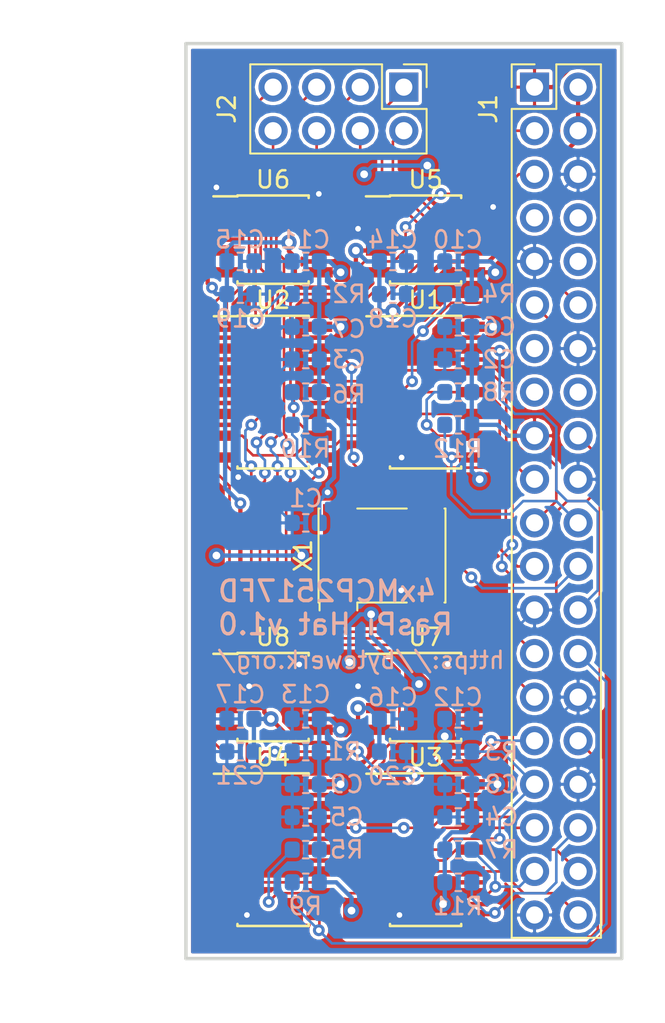
<source format=kicad_pcb>
(kicad_pcb (version 20171130) (host pcbnew 5.0.0-rc2-unknown-06ff563~65~ubuntu18.04.1)
  (layers (0 F.Cu signal) (31 B.Cu signal) (34 B.Paste user) (35 F.Paste user) (36 B.SilkS user) (37 F.SilkS user) (38 B.Mask user) (39 F.Mask user) (44 Edge.Cuts user))
  (net 0 "")
  (net 1 GND)
  (net 2 +3V3)
  (net 3 +5V)
  (net 4 MCP1_INT)
  (net 5 MCP1_INT0)
  (net 6 MCP1_INT1)
  (net 7 SPI1_CS1)
  (net 8 MCP3_INT)
  (net 9 MCP3_INT0)
  (net 10 MCP3_INT1)
  (net 11 SPI1_CS0)
  (net 12 SPI0_MOSI)
  (net 13 SPI0_MISO)
  (net 14 SPI0_SCK)
  (net 15 SPI0_CS1)
  (net 16 SPI0_CS0)
  (net 17 MCP2_INT)
  (net 18 MCP2_INT0)
  (net 19 MCP2_INT1)
  (net 20 MCP0_INT)
  (net 21 MCP0_INT0)
  (net 22 MCP0_INT1)
  (net 23 SPI1_MISO)
  (net 24 SPI1_MOSI)
  (net 25 SPI1_SCK)
  (net 26 CAN0_L)
  (net 27 CAN1_L)
  (net 28 CAN2_L)
  (net 29 CAN3_L)
  (net 30 CAN3_H)
  (net 31 CAN2_H)
  (net 32 CAN1_H)
  (net 33 CAN0_H)
  (net 34 "Net-(U1-Pad1)")
  (net 35 "Net-(U1-Pad2)")
  (net 36 CLK-20MHz)
  (net 37 "Net-(U2-Pad2)")
  (net 38 "Net-(U2-Pad1)")
  (net 39 "Net-(U3-Pad1)")
  (net 40 "Net-(U3-Pad2)")
  (net 41 "Net-(U4-Pad2)")
  (net 42 "Net-(U4-Pad1)")
  (module Resistor_SMD:R_0603_1608Metric (layer B.Cu) (at 88.265 43.18 180)
    (fp_text reference R6 (at -2.5145 -0.127 180) (layer B.SilkS) (effects (justify mirror)))
    (fp_text value 10K)
    (pad 2 smd roundrect (at 0.7875 0 180) (size 0.875 0.95) (layers B.Cu B.Paste B.Mask) (net 5 MCP1_INT0))
    (pad 1 smd roundrect (at -0.7875 0 180) (size 0.875 0.95) (layers B.Cu B.Paste B.Mask) (net 2 +3V3))
  )
  (module Resistor_SMD:R_0603_1608Metric (layer B.Cu) (at 97.155 37.465 180)
    (fp_text reference R4 (at -2.3875 0 180) (layer B.SilkS) (effects (justify mirror)))
    (fp_text value 10K)
    (pad 1 smd roundrect (at -0.7875 0 180) (size 0.875 0.95) (layers B.Cu B.Paste B.Mask) (net 2 +3V3))
    (pad 2 smd roundrect (at 0.7875 0 180) (size 0.875 0.95) (layers B.Cu B.Paste B.Mask) (net 20 MCP0_INT))
  )
  (module Resistor_SMD:R_0603_1608Metric (layer B.Cu) (at 97.155 64.135)
    (fp_text reference R3 (at 2.5145 0) (layer B.SilkS) (effects (justify mirror)))
    (fp_text value 10K)
    (pad 2 smd roundrect (at 0.7875 0) (size 0.875 0.95) (layers B.Cu B.Paste B.Mask) (net 17 MCP2_INT))
    (pad 1 smd roundrect (at -0.7875 0) (size 0.875 0.95) (layers B.Cu B.Paste B.Mask) (net 2 +3V3))
  )
  (module Resistor_SMD:R_0603_1608Metric (layer B.Cu) (at 88.265 37.465 180)
    (fp_text reference R2 (at -2.5145 0 180) (layer B.SilkS) (effects (justify mirror)))
    (fp_text value 10K)
    (pad 1 smd roundrect (at -0.7875 0 180) (size 0.875 0.95) (layers B.Cu B.Paste B.Mask) (net 2 +3V3))
    (pad 2 smd roundrect (at 0.7875 0 180) (size 0.875 0.95) (layers B.Cu B.Paste B.Mask) (net 4 MCP1_INT))
  )
  (module Resistor_SMD:R_0603_1608Metric (layer B.Cu) (at 88.265 64.135 180)
    (fp_text reference R1 (at -2.2605 0 180) (layer B.SilkS) (effects (justify mirror)))
    (fp_text value 10K)
    (pad 2 smd roundrect (at 0.7875 0 180) (size 0.875 0.95) (layers B.Cu B.Paste B.Mask) (net 8 MCP3_INT))
    (pad 1 smd roundrect (at -0.7875 0 180) (size 0.875 0.95) (layers B.Cu B.Paste B.Mask) (net 2 +3V3))
  )
  (module Resistor_SMD:R_0603_1608Metric (layer B.Cu) (at 88.265 69.85 180)
    (fp_text reference R5 (at -2.3875 0 180) (layer B.SilkS) (effects (justify mirror)))
    (fp_text value 10K)
    (pad 1 smd roundrect (at -0.7875 0 180) (size 0.875 0.95) (layers B.Cu B.Paste B.Mask) (net 2 +3V3))
    (pad 2 smd roundrect (at 0.7875 0 180) (size 0.875 0.95) (layers B.Cu B.Paste B.Mask) (net 9 MCP3_INT0))
  )
  (module Resistor_SMD:R_0603_1608Metric (layer B.Cu) (at 97.155 69.85)
    (fp_text reference R7 (at 2.5145 0) (layer B.SilkS) (effects (justify mirror)))
    (fp_text value 10K)
    (pad 2 smd roundrect (at 0.7875 0) (size 0.875 0.95) (layers B.Cu B.Paste B.Mask) (net 18 MCP2_INT0))
    (pad 1 smd roundrect (at -0.7875 0) (size 0.875 0.95) (layers B.Cu B.Paste B.Mask) (net 2 +3V3))
  )
  (module Resistor_SMD:R_0603_1608Metric (layer B.Cu) (at 97.155 43.18 180)
    (fp_text reference R8 (at -2.3875 0 180) (layer B.SilkS) (effects (justify mirror)))
    (fp_text value 10K)
    (pad 1 smd roundrect (at -0.7875 0 180) (size 0.875 0.95) (layers B.Cu B.Paste B.Mask) (net 2 +3V3))
    (pad 2 smd roundrect (at 0.7875 0 180) (size 0.875 0.95) (layers B.Cu B.Paste B.Mask) (net 21 MCP0_INT0))
  )
  (module Resistor_SMD:R_0603_1608Metric (layer B.Cu) (at 88.265 71.755 180)
    (fp_text reference R9 (at 0.0255 -1.397 180) (layer B.SilkS) (effects (justify mirror)))
    (fp_text value 10K)
    (pad 2 smd roundrect (at 0.7875 0 180) (size 0.875 0.95) (layers B.Cu B.Paste B.Mask) (net 10 MCP3_INT1))
    (pad 1 smd roundrect (at -0.7875 0 180) (size 0.875 0.95) (layers B.Cu B.Paste B.Mask) (net 2 +3V3))
  )
  (module Resistor_SMD:R_0603_1608Metric (layer B.Cu) (at 88.265 45.085 180)
    (fp_text reference R10 (at 0.0255 -1.397 180) (layer B.SilkS) (effects (justify mirror)))
    (fp_text value 10K)
    (pad 1 smd roundrect (at -0.7875 0 180) (size 0.875 0.95) (layers B.Cu B.Paste B.Mask) (net 2 +3V3))
    (pad 2 smd roundrect (at 0.7875 0 180) (size 0.875 0.95) (layers B.Cu B.Paste B.Mask) (net 6 MCP1_INT1))
  )
  (module Resistor_SMD:R_0603_1608Metric (layer B.Cu) (at 97.155 71.755)
    (fp_text reference R11 (at -0.0255 1.397) (layer B.SilkS) (effects (justify mirror)))
    (fp_text value 10K)
    (pad 2 smd roundrect (at 0.7875 0) (size 0.875 0.95) (layers B.Cu B.Paste B.Mask) (net 19 MCP2_INT1))
    (pad 1 smd roundrect (at -0.7875 0) (size 0.875 0.95) (layers B.Cu B.Paste B.Mask) (net 2 +3V3))
  )
  (module Resistor_SMD:R_0603_1608Metric (layer B.Cu) (at 97.155 45.085 180)
    (fp_text reference R12 (at 0.0255 -1.397 180) (layer B.SilkS) (effects (justify mirror)))
    (fp_text value 10K)
    (pad 1 smd roundrect (at -0.7875 0 180) (size 0.875 0.95) (layers B.Cu B.Paste B.Mask) (net 2 +3V3))
    (pad 2 smd roundrect (at 0.7875 0 180) (size 0.875 0.95) (layers B.Cu B.Paste B.Mask) (net 22 MCP0_INT1))
  )
  (module Oscillator:Oscillator_SMD_Abracon_ASV-4Pin_7.0x5.1mm (layer F.Cu) (at 92.71 52.705)
    (fp_text reference X1 (at -4.5975 0 90) (layer F.SilkS))
    (fp_text value ASV-20MHz)
    (pad 1 smd rect (at -2.54 2) (size 1.8 2) (layers F.Cu F.Paste F.Mask))
    (pad 2 smd rect (at 2.54 2) (size 1.8 2) (layers F.Cu F.Paste F.Mask) (net 1 GND))
    (pad 3 smd rect (at 2.54 -2) (size 1.8 2) (layers F.Cu F.Paste F.Mask) (net 36 CLK-20MHz))
    (pad 4 smd rect (at -2.54 -2) (size 1.8 2) (layers F.Cu F.Paste F.Mask) (net 2 +3V3))
  )
  (module Capacitor_SMD:C_0603_1608Metric (layer B.Cu) (at 88.265 50.8 180)
    (fp_text reference C1 (at 0 1.43 180) (layer B.SilkS) (effects (justify mirror)))
    (fp_text value 100nF)
    (pad 2 smd roundrect (at 0.7875 0 180) (size 0.875 0.95) (layers B.Cu B.Paste B.Mask) (net 1 GND))
    (pad 1 smd roundrect (at -0.7875 0 180) (size 0.875 0.95) (layers B.Cu B.Paste B.Mask) (net 2 +3V3))
  )
  (module Capacitor_SMD:C_0603_1608Metric (layer B.Cu) (at 97.155 41.275 180)
    (fp_text reference C2 (at -2.3875 0 180) (layer B.SilkS) (effects (justify mirror)))
    (fp_text value 1uF)
    (pad 2 smd roundrect (at 0.7875 0 180) (size 0.875 0.95) (layers B.Cu B.Paste B.Mask) (net 1 GND))
    (pad 1 smd roundrect (at -0.7875 0 180) (size 0.875 0.95) (layers B.Cu B.Paste B.Mask) (net 2 +3V3))
  )
  (module Capacitor_SMD:C_0603_1608Metric (layer B.Cu) (at 88.265 41.275 180)
    (fp_text reference C3 (at -2.5145 0 180) (layer B.SilkS) (effects (justify mirror)))
    (fp_text value 1uF)
    (pad 2 smd roundrect (at 0.7875 0 180) (size 0.875 0.95) (layers B.Cu B.Paste B.Mask) (net 1 GND))
    (pad 1 smd roundrect (at -0.7875 0 180) (size 0.875 0.95) (layers B.Cu B.Paste B.Mask) (net 2 +3V3))
  )
  (module Capacitor_SMD:C_0603_1608Metric (layer B.Cu) (at 97.155 67.945 180)
    (fp_text reference C4 (at -2.5145 0 180) (layer B.SilkS) (effects (justify mirror)))
    (fp_text value 1uF)
    (pad 1 smd roundrect (at -0.7875 0 180) (size 0.875 0.95) (layers B.Cu B.Paste B.Mask) (net 2 +3V3))
    (pad 2 smd roundrect (at 0.7875 0 180) (size 0.875 0.95) (layers B.Cu B.Paste B.Mask) (net 1 GND))
  )
  (module Capacitor_SMD:C_0603_1608Metric (layer B.Cu) (at 88.265 67.945 180)
    (fp_text reference C5 (at -2.3875 0 180) (layer B.SilkS) (effects (justify mirror)))
    (fp_text value 1uF)
    (pad 2 smd roundrect (at 0.7875 0 180) (size 0.875 0.95) (layers B.Cu B.Paste B.Mask) (net 1 GND))
    (pad 1 smd roundrect (at -0.7875 0 180) (size 0.875 0.95) (layers B.Cu B.Paste B.Mask) (net 2 +3V3))
  )
  (module Capacitor_SMD:C_0603_1608Metric (layer B.Cu) (at 97.155 39.37 180)
    (fp_text reference C6 (at -2.3875 0 180) (layer B.SilkS) (effects (justify mirror)))
    (fp_text value 100nF)
    (pad 2 smd roundrect (at 0.7875 0 180) (size 0.875 0.95) (layers B.Cu B.Paste B.Mask) (net 1 GND))
    (pad 1 smd roundrect (at -0.7875 0 180) (size 0.875 0.95) (layers B.Cu B.Paste B.Mask) (net 2 +3V3))
  )
  (module Capacitor_SMD:C_0603_1608Metric (layer B.Cu) (at 88.265 39.37 180)
    (fp_text reference C7 (at -2.5145 -0.127 180) (layer B.SilkS) (effects (justify mirror)))
    (fp_text value 100nF)
    (pad 1 smd roundrect (at -0.7875 0 180) (size 0.875 0.95) (layers B.Cu B.Paste B.Mask) (net 2 +3V3))
    (pad 2 smd roundrect (at 0.7875 0 180) (size 0.875 0.95) (layers B.Cu B.Paste B.Mask) (net 1 GND))
  )
  (module Capacitor_SMD:C_0603_1608Metric (layer B.Cu) (at 97.155 66.04 180)
    (fp_text reference C8 (at -2.5145 0 180) (layer B.SilkS) (effects (justify mirror)))
    (fp_text value 100nF)
    (pad 1 smd roundrect (at -0.7875 0 180) (size 0.875 0.95) (layers B.Cu B.Paste B.Mask) (net 2 +3V3))
    (pad 2 smd roundrect (at 0.7875 0 180) (size 0.875 0.95) (layers B.Cu B.Paste B.Mask) (net 1 GND))
  )
  (module Capacitor_SMD:C_0603_1608Metric (layer B.Cu) (at 88.265 66.04 180)
    (fp_text reference C9 (at -2.3875 0 180) (layer B.SilkS) (effects (justify mirror)))
    (fp_text value 100nF)
    (pad 1 smd roundrect (at -0.7875 0 180) (size 0.875 0.95) (layers B.Cu B.Paste B.Mask) (net 2 +3V3))
    (pad 2 smd roundrect (at 0.7875 0 180) (size 0.875 0.95) (layers B.Cu B.Paste B.Mask) (net 1 GND))
  )
  (module Capacitor_SMD:C_0603_1608Metric (layer B.Cu) (at 97.155 35.56 180)
    (fp_text reference C10 (at 0.0255 1.27 180) (layer B.SilkS) (effects (justify mirror)))
    (fp_text value 100nF)
    (pad 2 smd roundrect (at 0.7875 0 180) (size 0.875 0.95) (layers B.Cu B.Paste B.Mask) (net 1 GND))
    (pad 1 smd roundrect (at -0.7875 0 180) (size 0.875 0.95) (layers B.Cu B.Paste B.Mask) (net 2 +3V3))
  )
  (module Capacitor_SMD:C_0603_1608Metric (layer B.Cu) (at 88.265 35.56 180)
    (fp_text reference C11 (at 0.0255 1.27 180) (layer B.SilkS) (effects (justify mirror)))
    (fp_text value 100nF)
    (pad 1 smd roundrect (at -0.7875 0 180) (size 0.875 0.95) (layers B.Cu B.Paste B.Mask) (net 2 +3V3))
    (pad 2 smd roundrect (at 0.7875 0 180) (size 0.875 0.95) (layers B.Cu B.Paste B.Mask) (net 1 GND))
  )
  (module Capacitor_SMD:C_0603_1608Metric (layer B.Cu) (at 97.155 62.23)
    (fp_text reference C12 (at -0.0255 -1.27) (layer B.SilkS) (effects (justify mirror)))
    (fp_text value 100nF)
    (pad 1 smd roundrect (at -0.7875 0) (size 0.875 0.95) (layers B.Cu B.Paste B.Mask) (net 2 +3V3))
    (pad 2 smd roundrect (at 0.7875 0) (size 0.875 0.95) (layers B.Cu B.Paste B.Mask) (net 1 GND))
  )
  (module Capacitor_SMD:C_0603_1608Metric (layer B.Cu) (at 88.265 62.23 180)
    (fp_text reference C13 (at 0 1.43 180) (layer B.SilkS) (effects (justify mirror)))
    (fp_text value 100nF)
    (pad 1 smd roundrect (at -0.7875 0 180) (size 0.875 0.95) (layers B.Cu B.Paste B.Mask) (net 2 +3V3))
    (pad 2 smd roundrect (at 0.7875 0 180) (size 0.875 0.95) (layers B.Cu B.Paste B.Mask) (net 1 GND))
  )
  (module Capacitor_SMD:C_0603_1608Metric (layer B.Cu) (at 93.345 35.56)
    (fp_text reference C14 (at 0 -1.27) (layer B.SilkS) (effects (justify mirror)))
    (fp_text value 100nF)
    (pad 2 smd roundrect (at 0.7875 0) (size 0.875 0.95) (layers B.Cu B.Paste B.Mask) (net 1 GND))
    (pad 1 smd roundrect (at -0.7875 0) (size 0.875 0.95) (layers B.Cu B.Paste B.Mask) (net 3 +5V))
  )
  (module Capacitor_SMD:C_0603_1608Metric (layer B.Cu) (at 84.455 35.56)
    (fp_text reference C15 (at -0.0255 -1.27) (layer B.SilkS) (effects (justify mirror)))
    (fp_text value 100nF)
    (pad 2 smd roundrect (at 0.7875 0) (size 0.875 0.95) (layers B.Cu B.Paste B.Mask) (net 1 GND))
    (pad 1 smd roundrect (at -0.7875 0) (size 0.875 0.95) (layers B.Cu B.Paste B.Mask) (net 3 +5V))
  )
  (module Capacitor_SMD:C_0603_1608Metric (layer B.Cu) (at 93.345 62.23)
    (fp_text reference C16 (at 0 -1.27) (layer B.SilkS) (effects (justify mirror)))
    (fp_text value 100nF)
    (pad 2 smd roundrect (at 0.7875 0) (size 0.875 0.95) (layers B.Cu B.Paste B.Mask) (net 1 GND))
    (pad 1 smd roundrect (at -0.7875 0) (size 0.875 0.95) (layers B.Cu B.Paste B.Mask) (net 3 +5V))
  )
  (module Capacitor_SMD:C_0603_1608Metric (layer B.Cu) (at 84.455 62.23 180)
    (fp_text reference C17 (at 0 1.43 180) (layer B.SilkS) (effects (justify mirror)))
    (fp_text value 100nF)
    (pad 2 smd roundrect (at 0.7875 0 180) (size 0.875 0.95) (layers B.Cu B.Paste B.Mask) (net 1 GND))
    (pad 1 smd roundrect (at -0.7875 0 180) (size 0.875 0.95) (layers B.Cu B.Paste B.Mask) (net 3 +5V))
  )
  (module Capacitor_SMD:C_0603_1608Metric (layer B.Cu) (at 93.345 37.465)
    (fp_text reference C18 (at 0 1.43) (layer B.SilkS) (effects (justify mirror)))
    (fp_text value 1uF)
    (pad 1 smd roundrect (at -0.7875 0) (size 0.875 0.95) (layers B.Cu B.Paste B.Mask) (net 3 +5V))
    (pad 2 smd roundrect (at 0.7875 0) (size 0.875 0.95) (layers B.Cu B.Paste B.Mask) (net 1 GND))
  )
  (module Capacitor_SMD:C_0603_1608Metric (layer B.Cu) (at 84.455 37.465)
    (fp_text reference C19 (at 0 1.43) (layer B.SilkS) (effects (justify mirror)))
    (fp_text value 1uF)
    (pad 1 smd roundrect (at -0.7875 0) (size 0.875 0.95) (layers B.Cu B.Paste B.Mask) (net 3 +5V))
    (pad 2 smd roundrect (at 0.7875 0) (size 0.875 0.95) (layers B.Cu B.Paste B.Mask) (net 1 GND))
  )
  (module Capacitor_SMD:C_0603_1608Metric (layer B.Cu) (at 93.345 64.135)
    (fp_text reference C20 (at 0 1.43) (layer B.SilkS) (effects (justify mirror)))
    (fp_text value 1uF)
    (pad 1 smd roundrect (at -0.7875 0) (size 0.875 0.95) (layers B.Cu B.Paste B.Mask) (net 3 +5V))
    (pad 2 smd roundrect (at 0.7875 0) (size 0.875 0.95) (layers B.Cu B.Paste B.Mask) (net 1 GND))
  )
  (module Capacitor_SMD:C_0603_1608Metric (layer B.Cu) (at 84.455 64.135 180)
    (fp_text reference C21 (at 0 -1.397 180) (layer B.SilkS) (effects (justify mirror)))
    (fp_text value 1uF)
    (pad 1 smd roundrect (at -0.7875 0 180) (size 0.875 0.95) (layers B.Cu B.Paste B.Mask) (net 3 +5V))
    (pad 2 smd roundrect (at 0.7875 0 180) (size 0.875 0.95) (layers B.Cu B.Paste B.Mask) (net 1 GND))
  )
  (module Connector_PinHeader_2.54mm:PinHeader_2x20_P2.54mm_Vertical (layer F.Cu) (at 101.6 25.4)
    (fp_text reference J1 (at -2.6925 1.27 90) (layer F.SilkS))
    (fp_text value Raspberry_Pi_2_3)
    (pad 1 thru_hole rect (at 0 0) (size 1.7 1.7) (drill 1) (layers *.Cu *.Mask) (net 2 +3V3))
    (pad 2 thru_hole oval (at 2.54 0) (size 1.7 1.7) (drill 1) (layers *.Cu *.Mask) (net 3 +5V))
    (pad 3 thru_hole oval (at 0 2.54) (size 1.7 1.7) (drill 1) (layers *.Cu *.Mask) (net 4 MCP1_INT))
    (pad 4 thru_hole oval (at 2.54 2.54) (size 1.7 1.7) (drill 1) (layers *.Cu *.Mask) (net 3 +5V))
    (pad 5 thru_hole oval (at 0 5.08) (size 1.7 1.7) (drill 1) (layers *.Cu *.Mask) (net 5 MCP1_INT0))
    (pad 6 thru_hole oval (at 2.54 5.08) (size 1.7 1.7) (drill 1) (layers *.Cu *.Mask) (net 1 GND))
    (pad 7 thru_hole oval (at 0 7.62) (size 1.7 1.7) (drill 1) (layers *.Cu *.Mask))
    (pad 8 thru_hole oval (at 2.54 7.62) (size 1.7 1.7) (drill 1) (layers *.Cu *.Mask))
    (pad 9 thru_hole oval (at 0 10.16) (size 1.7 1.7) (drill 1) (layers *.Cu *.Mask) (net 1 GND))
    (pad 10 thru_hole oval (at 2.54 10.16) (size 1.7 1.7) (drill 1) (layers *.Cu *.Mask))
    (pad 11 thru_hole oval (at 0 12.7) (size 1.7 1.7) (drill 1) (layers *.Cu *.Mask) (net 7 SPI1_CS1))
    (pad 12 thru_hole oval (at 2.54 12.7) (size 1.7 1.7) (drill 1) (layers *.Cu *.Mask) (net 20 MCP0_INT))
    (pad 13 thru_hole oval (at 0 15.24) (size 1.7 1.7) (drill 1) (layers *.Cu *.Mask))
    (pad 14 thru_hole oval (at 2.54 15.24) (size 1.7 1.7) (drill 1) (layers *.Cu *.Mask) (net 1 GND))
    (pad 15 thru_hole oval (at 0 17.78) (size 1.7 1.7) (drill 1) (layers *.Cu *.Mask))
    (pad 16 thru_hole oval (at 2.54 17.78) (size 1.7 1.7) (drill 1) (layers *.Cu *.Mask))
    (pad 17 thru_hole oval (at 0 20.32) (size 1.7 1.7) (drill 1) (layers *.Cu *.Mask) (net 2 +3V3))
    (pad 18 thru_hole oval (at 2.54 20.32) (size 1.7 1.7) (drill 1) (layers *.Cu *.Mask) (net 11 SPI1_CS0))
    (pad 19 thru_hole oval (at 0 22.86) (size 1.7 1.7) (drill 1) (layers *.Cu *.Mask) (net 12 SPI0_MOSI))
    (pad 20 thru_hole oval (at 2.54 22.86) (size 1.7 1.7) (drill 1) (layers *.Cu *.Mask) (net 1 GND))
    (pad 21 thru_hole oval (at 0 25.4) (size 1.7 1.7) (drill 1) (layers *.Cu *.Mask) (net 13 SPI0_MISO))
    (pad 22 thru_hole oval (at 2.54 25.4) (size 1.7 1.7) (drill 1) (layers *.Cu *.Mask) (net 22 MCP0_INT1))
    (pad 23 thru_hole oval (at 0 27.94) (size 1.7 1.7) (drill 1) (layers *.Cu *.Mask) (net 14 SPI0_SCK))
    (pad 24 thru_hole oval (at 2.54 27.94) (size 1.7 1.7) (drill 1) (layers *.Cu *.Mask) (net 15 SPI0_CS1))
    (pad 25 thru_hole oval (at 0 30.48) (size 1.7 1.7) (drill 1) (layers *.Cu *.Mask) (net 1 GND))
    (pad 26 thru_hole oval (at 2.54 30.48) (size 1.7 1.7) (drill 1) (layers *.Cu *.Mask) (net 16 SPI0_CS0))
    (pad 27 thru_hole oval (at 0 33.02) (size 1.7 1.7) (drill 1) (layers *.Cu *.Mask) (net 21 MCP0_INT0))
    (pad 28 thru_hole oval (at 2.54 33.02) (size 1.7 1.7) (drill 1) (layers *.Cu *.Mask) (net 10 MCP3_INT1))
    (pad 29 thru_hole oval (at 0 35.56) (size 1.7 1.7) (drill 1) (layers *.Cu *.Mask) (net 6 MCP1_INT1))
    (pad 30 thru_hole oval (at 2.54 35.56) (size 1.7 1.7) (drill 1) (layers *.Cu *.Mask) (net 1 GND))
    (pad 31 thru_hole oval (at 0 38.1) (size 1.7 1.7) (drill 1) (layers *.Cu *.Mask) (net 8 MCP3_INT))
    (pad 32 thru_hole oval (at 2.54 38.1) (size 1.7 1.7) (drill 1) (layers *.Cu *.Mask) (net 9 MCP3_INT0))
    (pad 33 thru_hole oval (at 0 40.64) (size 1.7 1.7) (drill 1) (layers *.Cu *.Mask) (net 17 MCP2_INT))
    (pad 34 thru_hole oval (at 2.54 40.64) (size 1.7 1.7) (drill 1) (layers *.Cu *.Mask) (net 1 GND))
    (pad 35 thru_hole oval (at 0 43.18) (size 1.7 1.7) (drill 1) (layers *.Cu *.Mask) (net 23 SPI1_MISO))
    (pad 36 thru_hole oval (at 2.54 43.18) (size 1.7 1.7) (drill 1) (layers *.Cu *.Mask) (net 19 MCP2_INT1))
    (pad 37 thru_hole oval (at 0 45.72) (size 1.7 1.7) (drill 1) (layers *.Cu *.Mask) (net 18 MCP2_INT0))
    (pad 38 thru_hole oval (at 2.54 45.72) (size 1.7 1.7) (drill 1) (layers *.Cu *.Mask) (net 24 SPI1_MOSI))
    (pad 39 thru_hole oval (at 0 48.26) (size 1.7 1.7) (drill 1) (layers *.Cu *.Mask) (net 1 GND))
    (pad 40 thru_hole oval (at 2.54 48.26) (size 1.7 1.7) (drill 1) (layers *.Cu *.Mask) (net 25 SPI1_SCK))
  )
  (module Connector_PinHeader_2.54mm:PinHeader_2x04_P2.54mm_Vertical (layer F.Cu) (at 93.98 25.4 270)
    (fp_text reference J2 (at 1.27 10.3125 270) (layer F.SilkS))
    (fp_text value Conn_02x04_Odd_Even)
    (pad 1 thru_hole rect (at 0 0 270) (size 1.7 1.7) (drill 1) (layers *.Cu *.Mask) (net 26 CAN0_L))
    (pad 2 thru_hole oval (at 2.54 0 270) (size 1.7 1.7) (drill 1) (layers *.Cu *.Mask) (net 33 CAN0_H))
    (pad 3 thru_hole oval (at 0 2.54 270) (size 1.7 1.7) (drill 1) (layers *.Cu *.Mask) (net 27 CAN1_L))
    (pad 4 thru_hole oval (at 2.54 2.54 270) (size 1.7 1.7) (drill 1) (layers *.Cu *.Mask) (net 32 CAN1_H))
    (pad 5 thru_hole oval (at 0 5.08 270) (size 1.7 1.7) (drill 1) (layers *.Cu *.Mask) (net 28 CAN2_L))
    (pad 6 thru_hole oval (at 2.54 5.08 270) (size 1.7 1.7) (drill 1) (layers *.Cu *.Mask) (net 31 CAN2_H))
    (pad 7 thru_hole oval (at 0 7.62 270) (size 1.7 1.7) (drill 1) (layers *.Cu *.Mask) (net 29 CAN3_L))
    (pad 8 thru_hole oval (at 2.54 7.62 270) (size 1.7 1.7) (drill 1) (layers *.Cu *.Mask) (net 30 CAN3_H))
  )
  (module Package_SO:SOIC-14_3.9x8.7mm_P1.27mm (layer F.Cu) (at 95.25 43.18)
    (fp_text reference U1 (at 0 -5.375) (layer F.SilkS))
    (fp_text value MCP2517FD-xSL)
    (pad 1 smd rect (at -2.7 -3.81) (size 1.5 0.6) (layers F.Cu F.Paste F.Mask) (net 34 "Net-(U1-Pad1)"))
    (pad 2 smd rect (at -2.7 -2.54) (size 1.5 0.6) (layers F.Cu F.Paste F.Mask) (net 35 "Net-(U1-Pad2)"))
    (pad 3 smd rect (at -2.7 -1.27) (size 1.5 0.6) (layers F.Cu F.Paste F.Mask))
    (pad 4 smd rect (at -2.7 0) (size 1.5 0.6) (layers F.Cu F.Paste F.Mask) (net 20 MCP0_INT))
    (pad 5 smd rect (at -2.7 1.27) (size 1.5 0.6) (layers F.Cu F.Paste F.Mask))
    (pad 6 smd rect (at -2.7 2.54) (size 1.5 0.6) (layers F.Cu F.Paste F.Mask) (net 36 CLK-20MHz))
    (pad 7 smd rect (at -2.7 3.81) (size 1.5 0.6) (layers F.Cu F.Paste F.Mask) (net 1 GND))
    (pad 8 smd rect (at 2.7 3.81) (size 1.5 0.6) (layers F.Cu F.Paste F.Mask) (net 22 MCP0_INT1))
    (pad 9 smd rect (at 2.7 2.54) (size 1.5 0.6) (layers F.Cu F.Paste F.Mask) (net 21 MCP0_INT0))
    (pad 10 smd rect (at 2.7 1.27) (size 1.5 0.6) (layers F.Cu F.Paste F.Mask) (net 14 SPI0_SCK))
    (pad 11 smd rect (at 2.7 0) (size 1.5 0.6) (layers F.Cu F.Paste F.Mask) (net 12 SPI0_MOSI))
    (pad 12 smd rect (at 2.7 -1.27) (size 1.5 0.6) (layers F.Cu F.Paste F.Mask) (net 13 SPI0_MISO))
    (pad 13 smd rect (at 2.7 -2.54) (size 1.5 0.6) (layers F.Cu F.Paste F.Mask) (net 16 SPI0_CS0))
    (pad 14 smd rect (at 2.7 -3.81) (size 1.5 0.6) (layers F.Cu F.Paste F.Mask) (net 2 +3V3))
  )
  (module Package_SO:SOIC-14_3.9x8.7mm_P1.27mm (layer F.Cu) (at 86.36 43.18)
    (fp_text reference U2 (at 0 -5.375) (layer F.SilkS))
    (fp_text value MCP2517FD-xSL)
    (pad 14 smd rect (at 2.7 -3.81) (size 1.5 0.6) (layers F.Cu F.Paste F.Mask) (net 2 +3V3))
    (pad 13 smd rect (at 2.7 -2.54) (size 1.5 0.6) (layers F.Cu F.Paste F.Mask) (net 15 SPI0_CS1))
    (pad 12 smd rect (at 2.7 -1.27) (size 1.5 0.6) (layers F.Cu F.Paste F.Mask) (net 13 SPI0_MISO))
    (pad 11 smd rect (at 2.7 0) (size 1.5 0.6) (layers F.Cu F.Paste F.Mask) (net 12 SPI0_MOSI))
    (pad 10 smd rect (at 2.7 1.27) (size 1.5 0.6) (layers F.Cu F.Paste F.Mask) (net 14 SPI0_SCK))
    (pad 9 smd rect (at 2.7 2.54) (size 1.5 0.6) (layers F.Cu F.Paste F.Mask) (net 5 MCP1_INT0))
    (pad 8 smd rect (at 2.7 3.81) (size 1.5 0.6) (layers F.Cu F.Paste F.Mask) (net 6 MCP1_INT1))
    (pad 7 smd rect (at -2.7 3.81) (size 1.5 0.6) (layers F.Cu F.Paste F.Mask) (net 1 GND))
    (pad 6 smd rect (at -2.7 2.54) (size 1.5 0.6) (layers F.Cu F.Paste F.Mask) (net 36 CLK-20MHz))
    (pad 5 smd rect (at -2.7 1.27) (size 1.5 0.6) (layers F.Cu F.Paste F.Mask))
    (pad 4 smd rect (at -2.7 0) (size 1.5 0.6) (layers F.Cu F.Paste F.Mask) (net 4 MCP1_INT))
    (pad 3 smd rect (at -2.7 -1.27) (size 1.5 0.6) (layers F.Cu F.Paste F.Mask))
    (pad 2 smd rect (at -2.7 -2.54) (size 1.5 0.6) (layers F.Cu F.Paste F.Mask) (net 37 "Net-(U2-Pad2)"))
    (pad 1 smd rect (at -2.7 -3.81) (size 1.5 0.6) (layers F.Cu F.Paste F.Mask) (net 38 "Net-(U2-Pad1)"))
  )
  (module Package_SO:SOIC-14_3.9x8.7mm_P1.27mm (layer F.Cu) (at 95.25 69.85)
    (fp_text reference U3 (at 0 -5.375) (layer F.SilkS))
    (fp_text value MCP2517FD-xSL)
    (pad 1 smd rect (at -2.7 -3.81) (size 1.5 0.6) (layers F.Cu F.Paste F.Mask) (net 39 "Net-(U3-Pad1)"))
    (pad 2 smd rect (at -2.7 -2.54) (size 1.5 0.6) (layers F.Cu F.Paste F.Mask) (net 40 "Net-(U3-Pad2)"))
    (pad 3 smd rect (at -2.7 -1.27) (size 1.5 0.6) (layers F.Cu F.Paste F.Mask))
    (pad 4 smd rect (at -2.7 0) (size 1.5 0.6) (layers F.Cu F.Paste F.Mask) (net 17 MCP2_INT))
    (pad 5 smd rect (at -2.7 1.27) (size 1.5 0.6) (layers F.Cu F.Paste F.Mask))
    (pad 6 smd rect (at -2.7 2.54) (size 1.5 0.6) (layers F.Cu F.Paste F.Mask) (net 36 CLK-20MHz))
    (pad 7 smd rect (at -2.7 3.81) (size 1.5 0.6) (layers F.Cu F.Paste F.Mask) (net 1 GND))
    (pad 8 smd rect (at 2.7 3.81) (size 1.5 0.6) (layers F.Cu F.Paste F.Mask) (net 19 MCP2_INT1))
    (pad 9 smd rect (at 2.7 2.54) (size 1.5 0.6) (layers F.Cu F.Paste F.Mask) (net 18 MCP2_INT0))
    (pad 10 smd rect (at 2.7 1.27) (size 1.5 0.6) (layers F.Cu F.Paste F.Mask) (net 25 SPI1_SCK))
    (pad 11 smd rect (at 2.7 0) (size 1.5 0.6) (layers F.Cu F.Paste F.Mask) (net 24 SPI1_MOSI))
    (pad 12 smd rect (at 2.7 -1.27) (size 1.5 0.6) (layers F.Cu F.Paste F.Mask) (net 23 SPI1_MISO))
    (pad 13 smd rect (at 2.7 -2.54) (size 1.5 0.6) (layers F.Cu F.Paste F.Mask) (net 11 SPI1_CS0))
    (pad 14 smd rect (at 2.7 -3.81) (size 1.5 0.6) (layers F.Cu F.Paste F.Mask) (net 2 +3V3))
  )
  (module Package_SO:SOIC-14_3.9x8.7mm_P1.27mm (layer F.Cu) (at 86.36 69.85)
    (fp_text reference U4 (at 0 -5.375) (layer F.SilkS))
    (fp_text value MCP2517FD-xSL)
    (pad 14 smd rect (at 2.7 -3.81) (size 1.5 0.6) (layers F.Cu F.Paste F.Mask) (net 2 +3V3))
    (pad 13 smd rect (at 2.7 -2.54) (size 1.5 0.6) (layers F.Cu F.Paste F.Mask) (net 7 SPI1_CS1))
    (pad 12 smd rect (at 2.7 -1.27) (size 1.5 0.6) (layers F.Cu F.Paste F.Mask) (net 23 SPI1_MISO))
    (pad 11 smd rect (at 2.7 0) (size 1.5 0.6) (layers F.Cu F.Paste F.Mask) (net 24 SPI1_MOSI))
    (pad 10 smd rect (at 2.7 1.27) (size 1.5 0.6) (layers F.Cu F.Paste F.Mask) (net 25 SPI1_SCK))
    (pad 9 smd rect (at 2.7 2.54) (size 1.5 0.6) (layers F.Cu F.Paste F.Mask) (net 9 MCP3_INT0))
    (pad 8 smd rect (at 2.7 3.81) (size 1.5 0.6) (layers F.Cu F.Paste F.Mask) (net 10 MCP3_INT1))
    (pad 7 smd rect (at -2.7 3.81) (size 1.5 0.6) (layers F.Cu F.Paste F.Mask) (net 1 GND))
    (pad 6 smd rect (at -2.7 2.54) (size 1.5 0.6) (layers F.Cu F.Paste F.Mask) (net 36 CLK-20MHz))
    (pad 5 smd rect (at -2.7 1.27) (size 1.5 0.6) (layers F.Cu F.Paste F.Mask))
    (pad 4 smd rect (at -2.7 0) (size 1.5 0.6) (layers F.Cu F.Paste F.Mask) (net 8 MCP3_INT))
    (pad 3 smd rect (at -2.7 -1.27) (size 1.5 0.6) (layers F.Cu F.Paste F.Mask))
    (pad 2 smd rect (at -2.7 -2.54) (size 1.5 0.6) (layers F.Cu F.Paste F.Mask) (net 41 "Net-(U4-Pad2)"))
    (pad 1 smd rect (at -2.7 -3.81) (size 1.5 0.6) (layers F.Cu F.Paste F.Mask) (net 42 "Net-(U4-Pad1)"))
  )
  (module Package_SO:SOIC-8_3.9x4.9mm_P1.27mm (layer F.Cu) (at 95.25 34.29)
    (fp_text reference U5 (at 0 -3.5) (layer F.SilkS))
    (fp_text value TJA1049T-3)
    (pad 8 smd rect (at 2.7 -1.905) (size 1.55 0.6) (layers F.Cu F.Paste F.Mask) (net 1 GND))
    (pad 7 smd rect (at 2.7 -0.635) (size 1.55 0.6) (layers F.Cu F.Paste F.Mask) (net 33 CAN0_H))
    (pad 6 smd rect (at 2.7 0.635) (size 1.55 0.6) (layers F.Cu F.Paste F.Mask) (net 26 CAN0_L))
    (pad 5 smd rect (at 2.7 1.905) (size 1.55 0.6) (layers F.Cu F.Paste F.Mask) (net 2 +3V3))
    (pad 4 smd rect (at -2.7 1.905) (size 1.55 0.6) (layers F.Cu F.Paste F.Mask) (net 35 "Net-(U1-Pad2)"))
    (pad 3 smd rect (at -2.7 0.635) (size 1.55 0.6) (layers F.Cu F.Paste F.Mask) (net 3 +5V))
    (pad 2 smd rect (at -2.7 -0.635) (size 1.55 0.6) (layers F.Cu F.Paste F.Mask) (net 1 GND))
    (pad 1 smd rect (at -2.7 -1.905) (size 1.55 0.6) (layers F.Cu F.Paste F.Mask) (net 34 "Net-(U1-Pad1)"))
  )
  (module Package_SO:SOIC-8_3.9x4.9mm_P1.27mm (layer F.Cu) (at 86.36 34.29)
    (fp_text reference U6 (at 0 -3.5) (layer F.SilkS))
    (fp_text value TJA1049T-3)
    (pad 1 smd rect (at -2.7 -1.905) (size 1.55 0.6) (layers F.Cu F.Paste F.Mask) (net 38 "Net-(U2-Pad1)"))
    (pad 2 smd rect (at -2.7 -0.635) (size 1.55 0.6) (layers F.Cu F.Paste F.Mask) (net 1 GND))
    (pad 3 smd rect (at -2.7 0.635) (size 1.55 0.6) (layers F.Cu F.Paste F.Mask) (net 3 +5V))
    (pad 4 smd rect (at -2.7 1.905) (size 1.55 0.6) (layers F.Cu F.Paste F.Mask) (net 37 "Net-(U2-Pad2)"))
    (pad 5 smd rect (at 2.7 1.905) (size 1.55 0.6) (layers F.Cu F.Paste F.Mask) (net 2 +3V3))
    (pad 6 smd rect (at 2.7 0.635) (size 1.55 0.6) (layers F.Cu F.Paste F.Mask) (net 27 CAN1_L))
    (pad 7 smd rect (at 2.7 -0.635) (size 1.55 0.6) (layers F.Cu F.Paste F.Mask) (net 32 CAN1_H))
    (pad 8 smd rect (at 2.7 -1.905) (size 1.55 0.6) (layers F.Cu F.Paste F.Mask) (net 1 GND))
  )
  (module Package_SO:SOIC-8_3.9x4.9mm_P1.27mm (layer F.Cu) (at 95.25 60.96)
    (fp_text reference U7 (at 0 -3.5) (layer F.SilkS))
    (fp_text value TJA1049T-3)
    (pad 8 smd rect (at 2.7 -1.905) (size 1.55 0.6) (layers F.Cu F.Paste F.Mask) (net 1 GND))
    (pad 7 smd rect (at 2.7 -0.635) (size 1.55 0.6) (layers F.Cu F.Paste F.Mask) (net 31 CAN2_H))
    (pad 6 smd rect (at 2.7 0.635) (size 1.55 0.6) (layers F.Cu F.Paste F.Mask) (net 28 CAN2_L))
    (pad 5 smd rect (at 2.7 1.905) (size 1.55 0.6) (layers F.Cu F.Paste F.Mask) (net 2 +3V3))
    (pad 4 smd rect (at -2.7 1.905) (size 1.55 0.6) (layers F.Cu F.Paste F.Mask) (net 40 "Net-(U3-Pad2)"))
    (pad 3 smd rect (at -2.7 0.635) (size 1.55 0.6) (layers F.Cu F.Paste F.Mask) (net 3 +5V))
    (pad 2 smd rect (at -2.7 -0.635) (size 1.55 0.6) (layers F.Cu F.Paste F.Mask) (net 1 GND))
    (pad 1 smd rect (at -2.7 -1.905) (size 1.55 0.6) (layers F.Cu F.Paste F.Mask) (net 39 "Net-(U3-Pad1)"))
  )
  (module Package_SO:SOIC-8_3.9x4.9mm_P1.27mm (layer F.Cu) (at 86.36 60.96)
    (fp_text reference U8 (at 0 -3.5) (layer F.SilkS))
    (fp_text value TJA1049T-3)
    (pad 1 smd rect (at -2.7 -1.905) (size 1.55 0.6) (layers F.Cu F.Paste F.Mask) (net 42 "Net-(U4-Pad1)"))
    (pad 2 smd rect (at -2.7 -0.635) (size 1.55 0.6) (layers F.Cu F.Paste F.Mask) (net 1 GND))
    (pad 3 smd rect (at -2.7 0.635) (size 1.55 0.6) (layers F.Cu F.Paste F.Mask) (net 3 +5V))
    (pad 4 smd rect (at -2.7 1.905) (size 1.55 0.6) (layers F.Cu F.Paste F.Mask) (net 41 "Net-(U4-Pad2)"))
    (pad 5 smd rect (at 2.7 1.905) (size 1.55 0.6) (layers F.Cu F.Paste F.Mask) (net 2 +3V3))
    (pad 6 smd rect (at 2.7 0.635) (size 1.55 0.6) (layers F.Cu F.Paste F.Mask) (net 29 CAN3_L))
    (pad 7 smd rect (at 2.7 -0.635) (size 1.55 0.6) (layers F.Cu F.Paste F.Mask) (net 30 CAN3_H))
    (pad 8 smd rect (at 2.7 -1.905) (size 1.55 0.6) (layers F.Cu F.Paste F.Mask) (net 1 GND))
  )
  (gr_text https://bytewerk.org/ (at 83.0325 58.801) (layer B.SilkS) (effects (font (size 1 1)) (justify right mirror)))
  (gr_text "4xMCP2517FD\nRasPi Hat v1.0" (at 83.0325 55.753) (layer B.SilkS) (effects (font (size 1.2 1.2) (thickness 0.2)) (justify right mirror)))
  (gr_line (start 106.68 22.86) (end 106.68 76.2) (layer Edge.Cuts) (width 0.2))
  (gr_line (start 81.28 22.86) (end 106.68 22.86) (layer Edge.Cuts) (width 0.2))
  (gr_line (start 81.28 76.2) (end 81.28 22.86) (layer Edge.Cuts) (width 0.2))
  (gr_line (start 106.68 76.2) (end 81.28 76.2) (layer Edge.Cuts) (width 0.2))
  (segment (start 96.3675 67.37) (end 96.3675 66.04) (width 0.1524) (layer B.Cu) (net 1))
  (segment (start 96.3675 67.945) (end 96.3675 67.37) (width 0.1524) (layer B.Cu) (net 1))
  (segment (start 87.4775 67.37) (end 87.4775 66.04) (width 0.1524) (layer B.Cu) (net 1))
  (segment (start 87.4775 67.945) (end 87.4775 67.37) (width 0.1524) (layer B.Cu) (net 1))
  (segment (start 96.3675 41.275) (end 96.3675 39.37) (width 0.1524) (layer B.Cu) (net 1))
  (segment (start 95.83 35.56) (end 94.1325 35.56) (width 0.1524) (layer B.Cu) (net 1))
  (segment (start 96.3675 35.56) (end 95.83 35.56) (width 0.1524) (layer B.Cu) (net 1))
  (segment (start 94.1325 36.135) (end 94.1325 37.465) (width 0.1524) (layer B.Cu) (net 1))
  (segment (start 94.1325 35.56) (end 94.1325 36.135) (width 0.1524) (layer B.Cu) (net 1))
  (segment (start 86.94 35.56) (end 85.2425 35.56) (width 0.1524) (layer B.Cu) (net 1))
  (segment (start 87.4775 35.56) (end 86.94 35.56) (width 0.1524) (layer B.Cu) (net 1))
  (segment (start 85.2425 36.135) (end 85.2425 37.465) (width 0.1524) (layer B.Cu) (net 1))
  (segment (start 85.2425 35.56) (end 85.2425 36.135) (width 0.1524) (layer B.Cu) (net 1))
  (segment (start 87.4775 40.7) (end 87.4775 39.37) (width 0.1524) (layer B.Cu) (net 1))
  (segment (start 87.4775 41.275) (end 87.4775 40.7) (width 0.1524) (layer B.Cu) (net 1))
  (segment (start 104.989999 61.809999) (end 104.14 60.96) (width 0.1524) (layer B.Cu) (net 1))
  (segment (start 105.218601 62.038601) (end 104.989999 61.809999) (width 0.1524) (layer B.Cu) (net 1))
  (segment (start 105.218601 64.961399) (end 105.218601 62.038601) (width 0.1524) (layer B.Cu) (net 1))
  (segment (start 104.14 66.04) (end 105.218601 64.961399) (width 0.1524) (layer B.Cu) (net 1))
  (via (at 84.963 60.325) (size 0.6858) (drill 0.3302) (layers F.Cu B.Cu) (net 1))
  (segment (start 83.66 60.325) (end 84.963 60.325) (width 0.1524) (layer F.Cu) (net 1))
  (via (at 96.540412 59.034588) (size 0.6858) (drill 0.3302) (layers F.Cu B.Cu) (net 1))
  (segment (start 97.929588 59.034588) (end 97.95 59.055) (width 0.1524) (layer F.Cu) (net 1))
  (segment (start 96.540412 59.034588) (end 97.929588 59.034588) (width 0.1524) (layer F.Cu) (net 1))
  (segment (start 102.87 62.23) (end 104.14 60.96) (width 0.1524) (layer B.Cu) (net 1))
  (segment (start 97.9425 62.23) (end 102.87 62.23) (width 0.1524) (layer B.Cu) (net 1))
  (segment (start 94.1325 63.119) (end 94.1325 63.246) (width 0.1524) (layer B.Cu) (net 1))
  (segment (start 94.1325 63.119) (end 94.1325 62.23) (width 0.1524) (layer B.Cu) (net 1))
  (segment (start 94.1325 64.135) (end 94.1325 63.119) (width 0.1524) (layer B.Cu) (net 1))
  (segment (start 92.55 60.325) (end 91.313 60.325) (width 0.1524) (layer F.Cu) (net 1))
  (via (at 91.313 60.325) (size 0.6858) (drill 0.3302) (layers F.Cu B.Cu) (net 1))
  (segment (start 93.599 61.087) (end 94.1325 61.6205) (width 0.1524) (layer B.Cu) (net 1))
  (segment (start 94.1325 61.6205) (end 94.1325 62.23) (width 0.1524) (layer B.Cu) (net 1))
  (segment (start 91.313 60.325) (end 92.075 61.087) (width 0.1524) (layer B.Cu) (net 1))
  (segment (start 92.075 61.087) (end 93.599 61.087) (width 0.1524) (layer B.Cu) (net 1))
  (segment (start 88.265 35.56) (end 87.4775 35.56) (width 0.1524) (layer B.Cu) (net 1))
  (segment (start 88.265 39.243) (end 88.265 35.56) (width 0.1524) (layer B.Cu) (net 1))
  (segment (start 87.4775 39.37) (end 88.138 39.37) (width 0.1524) (layer B.Cu) (net 1))
  (segment (start 88.138 39.37) (end 88.265 39.243) (width 0.1524) (layer B.Cu) (net 1))
  (segment (start 84.772499 37.935001) (end 84.780888 37.926612) (width 0.1524) (layer B.Cu) (net 1))
  (segment (start 84.772499 39.263321) (end 84.772499 37.935001) (width 0.1524) (layer B.Cu) (net 1))
  (segment (start 85.069679 39.560501) (end 84.772499 39.263321) (width 0.1524) (layer B.Cu) (net 1))
  (segment (start 86.749499 39.560501) (end 85.069679 39.560501) (width 0.1524) (layer B.Cu) (net 1))
  (segment (start 84.780888 37.926612) (end 85.2425 37.465) (width 0.1524) (layer B.Cu) (net 1))
  (segment (start 86.94 39.37) (end 86.749499 39.560501) (width 0.1524) (layer B.Cu) (net 1))
  (segment (start 87.4775 39.37) (end 86.94 39.37) (width 0.1524) (layer B.Cu) (net 1))
  (via (at 93.853 46.99) (size 0.6858) (drill 0.3302) (layers F.Cu B.Cu) (net 1))
  (segment (start 92.55 46.99) (end 93.853 46.99) (width 0.1524) (layer F.Cu) (net 1))
  (segment (start 92.456 49.911) (end 92.583 49.784) (width 0.1524) (layer B.Cu) (net 1))
  (via (at 99.187 32.385) (size 0.6858) (drill 0.3302) (layers F.Cu B.Cu) (net 1))
  (segment (start 97.95 32.385) (end 99.187 32.385) (width 0.1524) (layer F.Cu) (net 1))
  (segment (start 102.87 31.75) (end 103.290001 31.329999) (width 0.1524) (layer B.Cu) (net 1))
  (segment (start 102.87 35.433) (end 102.87 31.75) (width 0.1524) (layer B.Cu) (net 1))
  (segment (start 103.290001 31.329999) (end 104.14 30.48) (width 0.1524) (layer B.Cu) (net 1))
  (segment (start 101.6 35.56) (end 102.743 35.56) (width 0.1524) (layer B.Cu) (net 1))
  (segment (start 102.743 35.56) (end 102.87 35.433) (width 0.1524) (layer B.Cu) (net 1))
  (segment (start 99.187 32.385) (end 99.187 34.29) (width 0.1524) (layer B.Cu) (net 1))
  (segment (start 83.66 73.66) (end 84.836 73.66) (width 0.1524) (layer F.Cu) (net 1))
  (via (at 84.836 73.66) (size 0.6858) (drill 0.3302) (layers F.Cu B.Cu) (net 1))
  (segment (start 84.836 69.469) (end 84.836 73.175067) (width 0.1524) (layer B.Cu) (net 1))
  (segment (start 87.4775 67.945) (end 86.36 67.945) (width 0.1524) (layer B.Cu) (net 1))
  (segment (start 84.836 73.175067) (end 84.836 73.66) (width 0.1524) (layer B.Cu) (net 1))
  (segment (start 86.36 67.945) (end 84.836 69.469) (width 0.1524) (layer B.Cu) (net 1))
  (segment (start 87.63 62.23) (end 87.4775 62.23) (width 0.1524) (layer B.Cu) (net 1))
  (via (at 93.726 73.660012) (size 0.6858) (drill 0.3302) (layers F.Cu B.Cu) (net 1))
  (segment (start 93.725988 73.66) (end 93.726 73.660012) (width 0.1524) (layer F.Cu) (net 1))
  (segment (start 92.55 73.66) (end 93.725988 73.66) (width 0.1524) (layer F.Cu) (net 1))
  (segment (start 83.6675 63.56) (end 83.6675 62.23) (width 0.1524) (layer B.Cu) (net 1))
  (segment (start 83.6675 64.135) (end 83.6675 63.56) (width 0.1524) (layer B.Cu) (net 1))
  (segment (start 83.6675 61.6205) (end 84.963 60.325) (width 0.1524) (layer B.Cu) (net 1))
  (segment (start 83.6675 62.23) (end 83.6675 61.6205) (width 0.1524) (layer B.Cu) (net 1))
  (segment (start 99.187 34.29) (end 100.33 34.29) (width 0.1524) (layer B.Cu) (net 1))
  (segment (start 100.33 34.29) (end 100.750001 34.710001) (width 0.1524) (layer B.Cu) (net 1))
  (segment (start 100.750001 34.710001) (end 101.6 35.56) (width 0.1524) (layer B.Cu) (net 1))
  (via (at 87.884 59.055) (size 0.6858) (drill 0.3302) (layers F.Cu B.Cu) (net 1))
  (segment (start 89.06 59.055) (end 87.884 59.055) (width 0.1524) (layer F.Cu) (net 1))
  (segment (start 88.265 32.131002) (end 88.430101 31.965901) (width 0.1524) (layer B.Cu) (net 1))
  (segment (start 88.684097 31.965899) (end 89.026996 31.623) (width 0.1524) (layer B.Cu) (net 1))
  (via (at 89.026996 31.623) (size 0.6858) (drill 0.3302) (layers F.Cu B.Cu) (net 1))
  (segment (start 88.430101 31.965901) (end 88.684095 31.965901) (width 0.1524) (layer B.Cu) (net 1))
  (segment (start 89.06 32.385) (end 89.06 31.656004) (width 0.1524) (layer F.Cu) (net 1))
  (segment (start 89.06 31.656004) (end 89.026996 31.623) (width 0.1524) (layer F.Cu) (net 1))
  (segment (start 88.684095 31.965901) (end 88.684097 31.965899) (width 0.1524) (layer B.Cu) (net 1))
  (segment (start 88.265 35.56) (end 88.265 32.131002) (width 0.1524) (layer B.Cu) (net 1))
  (via (at 91.313 33.655) (size 0.6858) (drill 0.3302) (layers F.Cu B.Cu) (net 1))
  (segment (start 92.55 33.655) (end 91.313 33.655) (width 0.1524) (layer F.Cu) (net 1))
  (segment (start 92.456 48.387) (end 93.510101 47.332899) (width 0.1524) (layer B.Cu) (net 1))
  (segment (start 92.456 49.911) (end 92.456 48.387) (width 0.1524) (layer B.Cu) (net 1))
  (segment (start 93.510101 47.332899) (end 93.853 46.99) (width 0.1524) (layer B.Cu) (net 1))
  (segment (start 101.6 55.88) (end 98.445412 59.034588) (width 0.1524) (layer B.Cu) (net 1))
  (segment (start 98.445412 59.034588) (end 97.025345 59.034588) (width 0.1524) (layer B.Cu) (net 1))
  (segment (start 97.025345 59.034588) (end 96.540412 59.034588) (width 0.1524) (layer B.Cu) (net 1))
  (segment (start 83.058 31.726933) (end 83.058 31.242) (width 0.1524) (layer B.Cu) (net 1))
  (segment (start 83.058 33.504933) (end 83.058 31.726933) (width 0.1524) (layer B.Cu) (net 1))
  (via (at 83.058 31.242) (size 0.6858) (drill 0.3302) (layers F.Cu B.Cu) (net 1))
  (segment (start 82.907933 33.655) (end 83.058 33.504933) (width 0.1524) (layer B.Cu) (net 1))
  (segment (start 82.715101 31.584899) (end 83.058 31.242) (width 0.1524) (layer F.Cu) (net 1))
  (segment (start 82.55 31.75) (end 82.715101 31.584899) (width 0.1524) (layer F.Cu) (net 1))
  (segment (start 82.55 33.401) (end 82.55 31.75) (width 0.1524) (layer F.Cu) (net 1))
  (segment (start 83.66 33.655) (end 82.804 33.655) (width 0.1524) (layer F.Cu) (net 1))
  (segment (start 82.804 33.655) (end 82.55 33.401) (width 0.1524) (layer F.Cu) (net 1))
  (segment (start 84.8105 48.133) (end 84.328 48.133) (width 0.1524) (layer B.Cu) (net 1))
  (segment (start 87.4775 41.275) (end 84.328 44.4245) (width 0.1524) (layer B.Cu) (net 1))
  (segment (start 83.985101 47.790101) (end 84.328 48.133) (width 0.1524) (layer F.Cu) (net 1))
  (segment (start 84.328 47.648067) (end 84.328 48.133) (width 0.1524) (layer B.Cu) (net 1))
  (segment (start 83.66 46.99) (end 83.66 47.465) (width 0.1524) (layer F.Cu) (net 1))
  (segment (start 84.328 44.4245) (end 84.328 47.648067) (width 0.1524) (layer B.Cu) (net 1))
  (via (at 84.328 48.133) (size 0.6858) (drill 0.3302) (layers F.Cu B.Cu) (net 1))
  (segment (start 83.66 47.465) (end 83.985101 47.790101) (width 0.1524) (layer F.Cu) (net 1))
  (segment (start 87.4775 50.8) (end 84.8105 48.133) (width 0.1524) (layer B.Cu) (net 1))
  (segment (start 89.154 60.325) (end 88.226899 59.397899) (width 0.1524) (layer B.Cu) (net 1))
  (segment (start 88.226899 59.397899) (end 87.884 59.055) (width 0.1524) (layer B.Cu) (net 1))
  (segment (start 91.313 60.325) (end 89.154 60.325) (width 0.1524) (layer B.Cu) (net 1))
  (segment (start 88.138 66.04) (end 87.4775 66.04) (width 0.1524) (layer B.Cu) (net 1))
  (segment (start 88.015 62.23) (end 88.265 62.23) (width 0.1524) (layer B.Cu) (net 1))
  (segment (start 88.265 65.913) (end 88.138 66.04) (width 0.1524) (layer B.Cu) (net 1))
  (segment (start 83.6675 65.5065) (end 83.6675 64.135) (width 0.1524) (layer B.Cu) (net 1))
  (segment (start 88.265 62.23) (end 88.265 65.913) (width 0.1524) (layer B.Cu) (net 1))
  (segment (start 87.4775 62.23) (end 88.015 62.23) (width 0.1524) (layer B.Cu) (net 1))
  (segment (start 87.4775 66.04) (end 84.201 66.04) (width 0.1524) (layer B.Cu) (net 1))
  (segment (start 84.201 66.04) (end 83.6675 65.5065) (width 0.1524) (layer B.Cu) (net 1))
  (via (at 93.8275 54.736996) (size 0.6858) (drill 0.3302) (layers F.Cu B.Cu) (net 1))
  (segment (start 93.8275 56.321676) (end 93.8275 55.221929) (width 0.1524) (layer B.Cu) (net 1))
  (segment (start 93.8275 55.221929) (end 93.8275 54.736996) (width 0.1524) (layer B.Cu) (net 1))
  (segment (start 96.540412 59.034588) (end 93.8275 56.321676) (width 0.1524) (layer B.Cu) (net 1))
  (segment (start 95.25 54.705) (end 93.859496 54.705) (width 0.1524) (layer F.Cu) (net 1))
  (segment (start 93.859496 54.705) (end 93.8275 54.736996) (width 0.1524) (layer F.Cu) (net 1))
  (segment (start 96.3675 41.85) (end 95.100998 43.116502) (width 0.1524) (layer B.Cu) (net 1))
  (segment (start 95.100998 43.116502) (end 94.188178 43.116502) (width 0.1524) (layer B.Cu) (net 1))
  (segment (start 94.1325 38.687061) (end 94.1325 38.04) (width 0.1524) (layer B.Cu) (net 1))
  (segment (start 96.3675 41.275) (end 96.3675 41.85) (width 0.1524) (layer B.Cu) (net 1))
  (segment (start 94.1325 38.04) (end 94.1325 37.465) (width 0.1524) (layer B.Cu) (net 1))
  (segment (start 93.671621 42.599945) (end 93.671621 39.14794) (width 0.1524) (layer B.Cu) (net 1))
  (segment (start 93.671621 39.14794) (end 94.1325 38.687061) (width 0.1524) (layer B.Cu) (net 1))
  (segment (start 94.188178 43.116502) (end 93.671621 42.599945) (width 0.1524) (layer B.Cu) (net 1))
  (segment (start 89.0525 68.275) (end 89.0525 67.945) (width 0.1524) (layer B.Cu) (net 2))
  (segment (start 97.9425 41.605) (end 97.9425 41.275) (width 0.1524) (layer B.Cu) (net 2))
  (segment (start 96.393 71.7805) (end 96.3675 71.755) (width 0.1524) (layer B.Cu) (net 2))
  (segment (start 96.3675 63.56) (end 96.3675 62.23) (width 0.1524) (layer B.Cu) (net 2))
  (segment (start 96.3675 64.135) (end 96.3675 63.56) (width 0.1524) (layer B.Cu) (net 2))
  (via (at 89.535 49.021994) (size 0.6858) (drill 0.3302) (layers F.Cu B.Cu) (net 2))
  (segment (start 90.17 49.5526) (end 89.639394 49.021994) (width 0.1524) (layer F.Cu) (net 2))
  (segment (start 89.639394 49.021994) (end 89.535 49.021994) (width 0.1524) (layer F.Cu) (net 2))
  (segment (start 90.17 50.705) (end 90.17 49.5526) (width 0.1524) (layer F.Cu) (net 2))
  (segment (start 89.06 36.195) (end 90.297 36.195) (width 0.1524) (layer F.Cu) (net 2))
  (via (at 83.058 52.705) (size 0.9) (drill 0.45) (layers F.Cu B.Cu) (net 2))
  (segment (start 83.058 52.705) (end 88.011 52.705) (width 0.25) (layer B.Cu) (net 2))
  (via (at 88.011 52.705) (size 0.9) (drill 0.45) (layers F.Cu B.Cu) (net 2))
  (via (at 92.075 56.134) (size 0.9) (drill 0.45) (layers F.Cu B.Cu) (net 2))
  (via (at 94.869 60.198) (size 0.9) (drill 0.45) (layers F.Cu B.Cu) (net 2))
  (segment (start 92.075 57.404) (end 92.075 56.134) (width 0.25) (layer B.Cu) (net 2))
  (segment (start 94.869 60.198) (end 92.075 57.404) (width 0.25) (layer B.Cu) (net 2))
  (via (at 90.805 58.928004) (size 0.9) (drill 0.45) (layers F.Cu B.Cu) (net 2))
  (segment (start 90.805 58.291608) (end 90.805 58.928004) (width 0.25) (layer B.Cu) (net 2))
  (segment (start 90.805 56.769) (end 90.805 58.291608) (width 0.25) (layer B.Cu) (net 2))
  (segment (start 92.075 56.134) (end 91.44 56.134) (width 0.25) (layer B.Cu) (net 2))
  (segment (start 91.44 56.134) (end 90.805 56.769) (width 0.25) (layer B.Cu) (net 2))
  (segment (start 97.9425 65.465) (end 97.9425 66.04) (width 0.25) (layer B.Cu) (net 2))
  (segment (start 96.8085 65.151) (end 97.6285 65.151) (width 0.25) (layer B.Cu) (net 2))
  (segment (start 97.6285 65.151) (end 97.9425 65.465) (width 0.25) (layer B.Cu) (net 2))
  (segment (start 96.3675 64.135) (end 96.3675 64.71) (width 0.25) (layer B.Cu) (net 2))
  (segment (start 96.3675 64.71) (end 96.8085 65.151) (width 0.25) (layer B.Cu) (net 2))
  (segment (start 97.9425 66.04) (end 97.9425 67.945) (width 0.25) (layer B.Cu) (net 2))
  (segment (start 97.9425 66.04) (end 99.187 66.04) (width 0.25) (layer B.Cu) (net 2))
  (segment (start 97.95 66.04) (end 99.187 66.04) (width 0.25) (layer F.Cu) (net 2))
  (via (at 99.441 66.04) (size 0.9) (drill 0.45) (layers F.Cu B.Cu) (net 2))
  (segment (start 97.95 66.04) (end 99.441 66.04) (width 0.25) (layer F.Cu) (net 2))
  (segment (start 99.441 66.04) (end 97.9425 66.04) (width 0.25) (layer B.Cu) (net 2))
  (segment (start 96.774 68.834) (end 96.3675 69.2405) (width 0.25) (layer B.Cu) (net 2))
  (segment (start 97.9425 67.945) (end 97.9425 68.52) (width 0.25) (layer B.Cu) (net 2))
  (segment (start 96.3675 69.2405) (end 96.3675 69.85) (width 0.25) (layer B.Cu) (net 2))
  (segment (start 97.6285 68.834) (end 96.774 68.834) (width 0.25) (layer B.Cu) (net 2))
  (segment (start 97.9425 68.52) (end 97.6285 68.834) (width 0.25) (layer B.Cu) (net 2))
  (segment (start 96.3675 69.85) (end 96.3675 71.755) (width 0.25) (layer B.Cu) (net 2))
  (via (at 96.266 73.025) (size 0.9) (drill 0.45) (layers F.Cu B.Cu) (net 2))
  (segment (start 96.3675 71.755) (end 96.3675 72.9235) (width 0.25) (layer B.Cu) (net 2))
  (segment (start 96.3675 72.9235) (end 96.266 73.025) (width 0.25) (layer B.Cu) (net 2))
  (segment (start 90.932 73.890933) (end 90.932 73.406) (width 0.25) (layer F.Cu) (net 2))
  (segment (start 94.232604 74.422) (end 91.463067 74.422) (width 0.25) (layer F.Cu) (net 2))
  (segment (start 91.463067 74.422) (end 90.932 73.890933) (width 0.25) (layer F.Cu) (net 2))
  (segment (start 96.266 73.025) (end 95.629604 73.025) (width 0.25) (layer F.Cu) (net 2))
  (segment (start 95.629604 73.025) (end 94.232604 74.422) (width 0.25) (layer F.Cu) (net 2))
  (via (at 90.932 73.406) (size 0.9) (drill 0.45) (layers F.Cu B.Cu) (net 2))
  (segment (start 90.043 71.755) (end 89.0525 71.755) (width 0.25) (layer B.Cu) (net 2))
  (segment (start 90.932 73.406) (end 90.932 72.644) (width 0.25) (layer B.Cu) (net 2))
  (segment (start 90.932 72.644) (end 90.043 71.755) (width 0.25) (layer B.Cu) (net 2))
  (segment (start 89.0525 71.755) (end 89.0525 69.85) (width 0.25) (layer B.Cu) (net 2))
  (segment (start 89.0525 69.85) (end 89.0525 67.945) (width 0.25) (layer B.Cu) (net 2))
  (segment (start 89.0525 67.945) (end 89.0525 66.04) (width 0.25) (layer B.Cu) (net 2))
  (segment (start 89.06 66.04) (end 90.297 66.04) (width 0.1524) (layer F.Cu) (net 2))
  (segment (start 89.0525 66.04) (end 90.297 66.04) (width 0.25) (layer B.Cu) (net 2))
  (via (at 90.297 66.04) (size 0.9) (drill 0.45) (layers F.Cu B.Cu) (net 2))
  (segment (start 89.0525 66.04) (end 89.0525 64.135) (width 0.25) (layer B.Cu) (net 2))
  (segment (start 89.0525 64.135) (end 89.0525 62.23) (width 0.25) (layer B.Cu) (net 2))
  (segment (start 89.661994 62.23) (end 90.297 62.865006) (width 0.25) (layer B.Cu) (net 2))
  (segment (start 89.0525 62.23) (end 89.661994 62.23) (width 0.25) (layer B.Cu) (net 2))
  (via (at 90.297 62.865006) (size 0.9) (drill 0.45) (layers F.Cu B.Cu) (net 2))
  (segment (start 89.06 62.865) (end 90.296994 62.865) (width 0.25) (layer F.Cu) (net 2))
  (segment (start 90.296994 62.865) (end 90.297 62.865006) (width 0.25) (layer F.Cu) (net 2))
  (segment (start 90.297 59.436004) (end 90.805 58.928004) (width 0.25) (layer F.Cu) (net 2))
  (segment (start 90.297 62.865006) (end 90.297 59.436004) (width 0.25) (layer F.Cu) (net 2))
  (segment (start 90.17 51.955) (end 90.17 52.705) (width 0.25) (layer F.Cu) (net 2))
  (segment (start 90.17 50.705) (end 90.17 51.955) (width 0.25) (layer F.Cu) (net 2))
  (segment (start 88.011 52.705) (end 90.17 52.705) (width 0.25) (layer F.Cu) (net 2))
  (segment (start 92.075 53.467) (end 92.075 55.649067) (width 0.25) (layer F.Cu) (net 2))
  (segment (start 92.075 55.649067) (end 92.075 56.134) (width 0.25) (layer F.Cu) (net 2))
  (segment (start 90.17 52.705) (end 91.313 52.705) (width 0.25) (layer F.Cu) (net 2))
  (segment (start 91.313 52.705) (end 92.075 53.467) (width 0.25) (layer F.Cu) (net 2))
  (segment (start 89.06 39.37) (end 90.297 39.37) (width 0.25) (layer F.Cu) (net 2))
  (via (at 90.297 39.37) (size 0.9) (drill 0.45) (layers F.Cu B.Cu) (net 2))
  (segment (start 96.366535 37.465965) (end 96.3675 37.465) (width 0.25) (layer B.Cu) (net 20))
  (segment (start 97.95 39.37) (end 99.187 39.37) (width 0.25) (layer F.Cu) (net 2))
  (via (at 99.187 39.37) (size 0.9) (drill 0.45) (layers F.Cu B.Cu) (net 2))
  (segment (start 99.656899 35.852101) (end 99.314 36.195) (width 0.1524) (layer F.Cu) (net 2))
  (segment (start 105.41 24.765) (end 105.41 33.528) (width 0.1524) (layer F.Cu) (net 2))
  (segment (start 101.6 25.4) (end 102.6024 25.4) (width 0.1524) (layer F.Cu) (net 2))
  (segment (start 105.41 33.528) (end 104.648 34.29) (width 0.1524) (layer F.Cu) (net 2))
  (segment (start 101.219 34.29) (end 99.656899 35.852101) (width 0.1524) (layer F.Cu) (net 2))
  (segment (start 104.648 34.29) (end 101.219 34.29) (width 0.1524) (layer F.Cu) (net 2))
  (segment (start 104.775 24.13) (end 105.41 24.765) (width 0.1524) (layer F.Cu) (net 2))
  (segment (start 103.8724 24.13) (end 104.775 24.13) (width 0.1524) (layer F.Cu) (net 2))
  (segment (start 102.6024 25.4) (end 103.8724 24.13) (width 0.1524) (layer F.Cu) (net 2))
  (segment (start 97.95 36.195) (end 99.314 36.195) (width 0.25) (layer F.Cu) (net 2))
  (via (at 99.314 36.195) (size 0.9) (drill 0.45) (layers F.Cu B.Cu) (net 2))
  (segment (start 99.314 36.195) (end 99.314 35.814) (width 0.25) (layer B.Cu) (net 2))
  (segment (start 99.06 35.56) (end 97.9425 35.56) (width 0.25) (layer B.Cu) (net 2))
  (segment (start 99.314 35.814) (end 99.06 35.56) (width 0.25) (layer B.Cu) (net 2))
  (segment (start 99.187 39.37) (end 97.9425 39.37) (width 0.25) (layer B.Cu) (net 2))
  (segment (start 97.9425 39.37) (end 97.9425 41.275) (width 0.25) (layer B.Cu) (net 2))
  (segment (start 97.9425 41.275) (end 97.9425 43.18) (width 0.25) (layer B.Cu) (net 2))
  (segment (start 97.9425 43.18) (end 97.9425 45.085) (width 0.25) (layer B.Cu) (net 2))
  (segment (start 100.076 45.72) (end 99.441 45.085) (width 0.25) (layer B.Cu) (net 2))
  (segment (start 101.6 45.72) (end 100.076 45.72) (width 0.25) (layer B.Cu) (net 2))
  (segment (start 99.441 45.085) (end 97.9425 45.085) (width 0.25) (layer B.Cu) (net 2))
  (segment (start 97.9425 37.465) (end 97.9425 35.56) (width 0.25) (layer B.Cu) (net 2))
  (segment (start 95.377 37.46693) (end 95.377 37.465) (width 0.25) (layer F.Cu) (net 2))
  (segment (start 93.726 39.11793) (end 95.377 37.46693) (width 0.25) (layer F.Cu) (net 2))
  (segment (start 90.297 39.37) (end 90.297 40.006396) (width 0.25) (layer F.Cu) (net 2))
  (segment (start 90.297 40.006396) (end 91.565604 41.275) (width 0.25) (layer F.Cu) (net 2))
  (segment (start 91.565604 41.275) (end 93.464322 41.275) (width 0.25) (layer F.Cu) (net 2))
  (segment (start 93.464322 41.275) (end 93.726 41.013322) (width 0.25) (layer F.Cu) (net 2))
  (segment (start 93.726 41.013322) (end 93.726 39.11793) (width 0.25) (layer F.Cu) (net 2))
  (segment (start 96.64893 36.195) (end 97.95 36.195) (width 0.25) (layer F.Cu) (net 2))
  (segment (start 95.377 37.46693) (end 96.64893 36.195) (width 0.25) (layer F.Cu) (net 2))
  (segment (start 89.0525 49.504494) (end 89.535 49.021994) (width 0.25) (layer B.Cu) (net 2))
  (segment (start 89.0525 50.8) (end 89.0525 49.504494) (width 0.25) (layer B.Cu) (net 2))
  (segment (start 89.6365 45.085) (end 89.0525 45.085) (width 0.25) (layer B.Cu) (net 2))
  (segment (start 89.916 45.3645) (end 89.6365 45.085) (width 0.25) (layer B.Cu) (net 2))
  (segment (start 89.916 48.156061) (end 89.916 45.3645) (width 0.25) (layer B.Cu) (net 2))
  (segment (start 89.535 49.021994) (end 89.535 48.537061) (width 0.25) (layer B.Cu) (net 2))
  (segment (start 89.535 48.537061) (end 89.916 48.156061) (width 0.25) (layer B.Cu) (net 2))
  (segment (start 89.0525 45.085) (end 89.0525 43.18) (width 0.25) (layer B.Cu) (net 2))
  (segment (start 89.0525 43.18) (end 89.0525 41.275) (width 0.25) (layer B.Cu) (net 2))
  (segment (start 89.0525 41.275) (end 89.0525 39.37) (width 0.25) (layer B.Cu) (net 2))
  (segment (start 89.0525 39.37) (end 90.297 39.37) (width 0.25) (layer B.Cu) (net 2))
  (segment (start 89.0525 39.37) (end 89.0525 37.465) (width 0.25) (layer B.Cu) (net 2))
  (segment (start 89.0525 37.465) (end 89.0525 35.56) (width 0.25) (layer B.Cu) (net 2))
  (segment (start 89.662 35.56) (end 90.297 36.195) (width 0.25) (layer B.Cu) (net 2))
  (segment (start 89.0525 35.56) (end 89.662 35.56) (width 0.25) (layer B.Cu) (net 2))
  (via (at 90.297 36.195) (size 0.9) (drill 0.45) (layers F.Cu B.Cu) (net 2))
  (segment (start 96.1135 29.21) (end 102.4635 29.21) (width 0.25) (layer F.Cu) (net 2))
  (segment (start 102.4635 29.21) (end 102.9715 28.702) (width 0.25) (layer F.Cu) (net 2))
  (segment (start 102.9715 28.702) (end 102.9715 25.6715) (width 0.25) (layer F.Cu) (net 2))
  (segment (start 102.7 25.4) (end 101.6 25.4) (width 0.25) (layer F.Cu) (net 2))
  (segment (start 95.3515 29.972) (end 96.1135 29.21) (width 0.25) (layer F.Cu) (net 2))
  (segment (start 102.9715 25.6715) (end 102.7 25.4) (width 0.25) (layer F.Cu) (net 2))
  (segment (start 92.1765 29.972) (end 95.3515 29.972) (width 0.25) (layer B.Cu) (net 2))
  (segment (start 91.6685 30.48) (end 92.1765 29.972) (width 0.25) (layer B.Cu) (net 2))
  (via (at 95.3515 29.972) (size 0.9) (drill 0.45) (layers F.Cu B.Cu) (net 2))
  (via (at 91.6685 30.48) (size 0.9) (drill 0.45) (layers F.Cu B.Cu) (net 2))
  (via (at 96.367492 63.246) (size 0.9) (drill 0.45) (layers F.Cu B.Cu) (net 2))
  (segment (start 96.3675 63.246008) (end 96.367492 63.246) (width 0.25) (layer B.Cu) (net 2))
  (segment (start 96.748492 62.865) (end 96.367492 63.246) (width 0.25) (layer F.Cu) (net 2))
  (segment (start 96.3675 64.135) (end 96.3675 63.246008) (width 0.25) (layer B.Cu) (net 2))
  (segment (start 96.3675 63.245992) (end 96.367492 63.246) (width 0.25) (layer B.Cu) (net 2))
  (segment (start 97.95 62.865) (end 96.748492 62.865) (width 0.25) (layer F.Cu) (net 2))
  (segment (start 96.3675 62.23) (end 96.3675 63.245992) (width 0.25) (layer B.Cu) (net 2))
  (segment (start 91.508005 67.887401) (end 93.885099 67.887401) (width 0.25) (layer F.Cu) (net 2))
  (segment (start 90.297 66.04) (end 90.297 66.676396) (width 0.25) (layer F.Cu) (net 2))
  (segment (start 90.297 66.676396) (end 91.508005 67.887401) (width 0.25) (layer F.Cu) (net 2))
  (segment (start 95.7325 66.04) (end 97.95 66.04) (width 0.25) (layer F.Cu) (net 2))
  (segment (start 93.885099 67.887401) (end 95.7325 66.04) (width 0.25) (layer F.Cu) (net 2))
  (segment (start 92.075 56.134) (end 97.32886 56.134) (width 0.25) (layer F.Cu) (net 2))
  (segment (start 97.32886 56.134) (end 98.7805 54.68236) (width 0.25) (layer F.Cu) (net 2))
  (via (at 98.3995 48.260004) (size 0.9) (drill 0.45) (layers F.Cu B.Cu) (net 2))
  (segment (start 97.9425 45.085) (end 97.9425 47.803004) (width 0.25) (layer B.Cu) (net 2))
  (segment (start 98.3995 52.962546) (end 98.3995 48.8964) (width 0.25) (layer F.Cu) (net 2))
  (segment (start 98.7805 54.68236) (end 98.7805 53.343546) (width 0.25) (layer F.Cu) (net 2))
  (segment (start 98.3995 48.8964) (end 98.3995 48.260004) (width 0.25) (layer F.Cu) (net 2))
  (segment (start 98.7805 53.343546) (end 98.3995 52.962546) (width 0.25) (layer F.Cu) (net 2))
  (segment (start 97.949501 47.810005) (end 98.3995 48.260004) (width 0.25) (layer B.Cu) (net 2))
  (segment (start 97.9425 47.803004) (end 97.949501 47.810005) (width 0.25) (layer B.Cu) (net 2))
  (segment (start 90.6525 31.496) (end 91.6685 30.48) (width 0.25) (layer F.Cu) (net 2))
  (segment (start 90.6525 34.036) (end 90.6525 31.496) (width 0.25) (layer F.Cu) (net 2))
  (segment (start 90.297 36.195) (end 90.297 34.3915) (width 0.25) (layer F.Cu) (net 2))
  (segment (start 90.297 34.3915) (end 90.6525 34.036) (width 0.25) (layer F.Cu) (net 2))
  (segment (start 83.6675 36.89) (end 83.6675 35.56) (width 0.1524) (layer B.Cu) (net 3))
  (segment (start 83.6675 37.465) (end 83.6675 36.89) (width 0.1524) (layer B.Cu) (net 3))
  (segment (start 92.5575 38.3285) (end 92.5575 37.465) (width 0.1524) (layer B.Cu) (net 3))
  (segment (start 93.345 38.481) (end 92.71 38.481) (width 0.1524) (layer B.Cu) (net 3))
  (segment (start 92.71 38.481) (end 92.5575 38.3285) (width 0.1524) (layer B.Cu) (net 3))
  (via (at 84.455004 49.657) (size 0.6858) (drill 0.3302) (layers F.Cu B.Cu) (net 3))
  (segment (start 104.14 25.4) (end 104.14 27.94) (width 0.25) (layer F.Cu) (net 3))
  (segment (start 92.721652 38.469348) (end 92.71 38.481) (width 0.25) (layer B.Cu) (net 3))
  (segment (start 92.5575 38.305196) (end 92.5575 37.465) (width 0.25) (layer B.Cu) (net 3))
  (segment (start 92.721652 38.469348) (end 92.5575 38.305196) (width 0.25) (layer B.Cu) (net 3))
  (via (at 93.345892 38.469339) (size 0.9) (drill 0.45) (layers F.Cu B.Cu) (net 3))
  (segment (start 93.345 38.470231) (end 93.345892 38.469339) (width 0.25) (layer F.Cu) (net 3))
  (segment (start 92.721652 38.469348) (end 93.345883 38.469348) (width 0.25) (layer B.Cu) (net 3))
  (segment (start 93.345 38.481) (end 93.345 38.470231) (width 0.25) (layer F.Cu) (net 3))
  (segment (start 93.345883 38.469348) (end 93.345892 38.469339) (width 0.25) (layer B.Cu) (net 3))
  (segment (start 92.5575 37.465) (end 92.5575 35.56) (width 0.25) (layer B.Cu) (net 3))
  (segment (start 91.821 35.56) (end 91.186 34.925) (width 0.25) (layer B.Cu) (net 3))
  (segment (start 92.5575 35.56) (end 91.821 35.56) (width 0.25) (layer B.Cu) (net 3))
  (via (at 91.186 34.925) (size 0.9) (drill 0.45) (layers F.Cu B.Cu) (net 3))
  (segment (start 91.186 34.925) (end 92.55 34.925) (width 0.25) (layer F.Cu) (net 3))
  (via (at 87.28435 34.45235) (size 0.9) (drill 0.45) (layers F.Cu B.Cu) (net 3))
  (segment (start 91.186 36.703) (end 90.805 37.084) (width 0.25) (layer F.Cu) (net 3))
  (segment (start 87.884 37.084) (end 87.63 36.83) (width 0.25) (layer F.Cu) (net 3))
  (segment (start 87.63 36.83) (end 87.63 35.306) (width 0.25) (layer F.Cu) (net 3))
  (segment (start 87.28435 34.96035) (end 87.28435 34.45235) (width 0.25) (layer F.Cu) (net 3))
  (segment (start 91.186 34.925) (end 91.186 36.703) (width 0.25) (layer F.Cu) (net 3))
  (segment (start 90.805 37.084) (end 87.884 37.084) (width 0.25) (layer F.Cu) (net 3))
  (segment (start 87.63 35.306) (end 87.28435 34.96035) (width 0.25) (layer F.Cu) (net 3))
  (segment (start 84.03865 34.45235) (end 87.28435 34.45235) (width 0.25) (layer B.Cu) (net 3))
  (segment (start 83.6675 35.56) (end 83.6675 34.8235) (width 0.25) (layer B.Cu) (net 3))
  (segment (start 83.6675 34.8235) (end 84.03865 34.45235) (width 0.25) (layer B.Cu) (net 3))
  (via (at 82.804 37.084) (size 0.6858) (drill 0.33) (layers F.Cu B.Cu) (net 3))
  (segment (start 82.804 37.211) (end 82.804 37.084) (width 0.25) (layer B.Cu) (net 3))
  (segment (start 83.058 37.465) (end 82.804 37.211) (width 0.25) (layer B.Cu) (net 3))
  (segment (start 83.566 37.465) (end 83.058 37.465) (width 0.25) (layer B.Cu) (net 3))
  (segment (start 83.6675 35.56) (end 83.6675 37.3635) (width 0.25) (layer B.Cu) (net 3))
  (segment (start 83.6675 37.3635) (end 83.566 37.465) (width 0.25) (layer B.Cu) (net 3))
  (segment (start 85.852 60.295954) (end 85.852 61.595) (width 0.25) (layer F.Cu) (net 3))
  (segment (start 85.852 59.69) (end 85.852 60.295954) (width 0.25) (layer F.Cu) (net 3))
  (segment (start 84.455004 49.657) (end 84.455004 58.293004) (width 0.25) (layer F.Cu) (net 3))
  (segment (start 84.455004 58.293004) (end 85.852 59.69) (width 0.25) (layer F.Cu) (net 3))
  (segment (start 83.66 61.595) (end 85.852 61.595) (width 0.25) (layer F.Cu) (net 3))
  (segment (start 85.852 61.595) (end 85.852 61.84901) (width 0.25) (layer F.Cu) (net 3))
  (segment (start 85.890091 61.887101) (end 86.23299 62.23) (width 0.25) (layer F.Cu) (net 3))
  (segment (start 85.852 61.84901) (end 85.890091 61.887101) (width 0.25) (layer F.Cu) (net 3))
  (segment (start 86.23299 62.23) (end 85.2425 62.23) (width 0.25) (layer B.Cu) (net 3))
  (segment (start 85.2425 62.23) (end 85.2425 64.135) (width 0.25) (layer B.Cu) (net 3))
  (via (at 86.23299 62.23) (size 0.9) (drill 0.45) (layers F.Cu B.Cu) (net 3))
  (segment (start 92.549994 61.595006) (end 92.55 61.595) (width 0.25) (layer F.Cu) (net 3))
  (segment (start 91.313 61.595006) (end 92.549994 61.595006) (width 0.25) (layer F.Cu) (net 3))
  (segment (start 91.922506 61.595006) (end 92.5575 62.23) (width 0.25) (layer B.Cu) (net 3))
  (segment (start 91.313 61.595006) (end 91.922506 61.595006) (width 0.25) (layer B.Cu) (net 3))
  (segment (start 92.5575 62.23) (end 92.5575 64.135) (width 0.25) (layer B.Cu) (net 3))
  (via (at 91.313 61.595006) (size 0.9) (drill 0.45) (layers F.Cu B.Cu) (net 3))
  (segment (start 87.62999 63.627) (end 86.575889 62.572899) (width 0.25) (layer F.Cu) (net 3))
  (segment (start 90.805 63.627) (end 87.62999 63.627) (width 0.25) (layer F.Cu) (net 3))
  (segment (start 91.313 61.595006) (end 91.313 63.119) (width 0.25) (layer F.Cu) (net 3))
  (segment (start 86.575889 62.572899) (end 86.23299 62.23) (width 0.25) (layer F.Cu) (net 3))
  (segment (start 91.313 63.119) (end 90.805 63.627) (width 0.25) (layer F.Cu) (net 3))
  (segment (start 83.693 37.465) (end 83.6675 37.465) (width 0.25) (layer B.Cu) (net 3))
  (segment (start 83.566 37.592) (end 83.693 37.465) (width 0.25) (layer B.Cu) (net 3))
  (segment (start 84.455004 49.657) (end 83.566 48.767996) (width 0.25) (layer B.Cu) (net 3))
  (segment (start 83.566 48.767996) (end 83.566 37.592) (width 0.25) (layer B.Cu) (net 3))
  (segment (start 82.55 36.83) (end 82.804 37.084) (width 0.25) (layer F.Cu) (net 3))
  (segment (start 83.66 34.925) (end 82.7785 34.925) (width 0.25) (layer F.Cu) (net 3))
  (segment (start 82.55 35.1535) (end 82.55 36.83) (width 0.25) (layer F.Cu) (net 3))
  (segment (start 82.7785 34.925) (end 82.55 35.1535) (width 0.25) (layer F.Cu) (net 3))
  (segment (start 93.795891 38.01934) (end 93.345892 38.469339) (width 0.25) (layer F.Cu) (net 3))
  (segment (start 98.933 35.56) (end 96.255231 35.56) (width 0.25) (layer F.Cu) (net 3))
  (segment (start 99.314 35.179) (end 98.933 35.56) (width 0.25) (layer F.Cu) (net 3))
  (segment (start 96.255231 35.56) (end 93.795891 38.01934) (width 0.25) (layer F.Cu) (net 3))
  (segment (start 99.314 33.274) (end 99.314 35.179) (width 0.25) (layer F.Cu) (net 3))
  (segment (start 104.14 28.4225) (end 102.9715 29.591) (width 0.25) (layer F.Cu) (net 3))
  (segment (start 102.9715 29.591) (end 102.9715 30.988) (width 0.25) (layer F.Cu) (net 3))
  (segment (start 102.9715 30.988) (end 102.2095 31.75) (width 0.25) (layer F.Cu) (net 3))
  (segment (start 104.14 27.94) (end 104.14 28.4225) (width 0.25) (layer F.Cu) (net 3))
  (segment (start 102.2095 31.75) (end 100.838 31.75) (width 0.25) (layer F.Cu) (net 3))
  (segment (start 100.838 31.75) (end 99.314 33.274) (width 0.25) (layer F.Cu) (net 3))
  (segment (start 86.868 37.465) (end 85.344 38.989) (width 0.1524) (layer B.Cu) (net 4))
  (via (at 85.344 38.989) (size 0.6858) (drill 0.3302) (layers F.Cu B.Cu) (net 4))
  (segment (start 87.4775 37.465) (end 86.868 37.465) (width 0.1524) (layer B.Cu) (net 4))
  (segment (start 85.344 42.3984) (end 85.344 38.989) (width 0.1524) (layer F.Cu) (net 4))
  (segment (start 83.66 43.18) (end 84.5624 43.18) (width 0.1524) (layer F.Cu) (net 4))
  (segment (start 84.5624 43.18) (end 85.344 42.3984) (width 0.1524) (layer F.Cu) (net 4))
  (segment (start 85.344 38.504067) (end 85.344 38.989) (width 0.1524) (layer F.Cu) (net 4))
  (segment (start 85.331254 30.213254) (end 85.331254 38.491321) (width 0.1524) (layer F.Cu) (net 4))
  (segment (start 84.328 29.21) (end 85.331254 30.213254) (width 0.1524) (layer F.Cu) (net 4))
  (segment (start 96.266 27.94) (end 95.377 27.051) (width 0.1524) (layer F.Cu) (net 4))
  (segment (start 101.6 27.94) (end 96.266 27.94) (width 0.1524) (layer F.Cu) (net 4))
  (segment (start 84.328 25.654) (end 84.328 29.21) (width 0.1524) (layer F.Cu) (net 4))
  (segment (start 95.377 27.051) (end 95.377 24.511) (width 0.1524) (layer F.Cu) (net 4))
  (segment (start 85.331254 38.491321) (end 85.344 38.504067) (width 0.1524) (layer F.Cu) (net 4))
  (segment (start 95.377 24.511) (end 94.996 24.13) (width 0.1524) (layer F.Cu) (net 4))
  (segment (start 94.996 24.13) (end 85.852 24.13) (width 0.1524) (layer F.Cu) (net 4))
  (segment (start 85.852 24.13) (end 84.328 25.654) (width 0.1524) (layer F.Cu) (net 4))
  (via (at 94.083888 33.551112) (size 0.6858) (drill 0.3302) (layers F.Cu B.Cu) (net 5))
  (via (at 87.56651 44.069) (size 0.6858) (drill 0.3302) (layers F.Cu B.Cu) (net 5))
  (segment (start 87.4775 43.97999) (end 87.56651 44.069) (width 0.1524) (layer B.Cu) (net 5))
  (segment (start 88.61 45.72) (end 87.56651 44.67651) (width 0.1524) (layer F.Cu) (net 5))
  (segment (start 87.4775 43.18) (end 87.4775 43.97999) (width 0.1524) (layer B.Cu) (net 5))
  (segment (start 87.56651 44.553933) (end 87.56651 44.069) (width 0.1524) (layer F.Cu) (net 5))
  (segment (start 87.56651 44.67651) (end 87.56651 44.553933) (width 0.1524) (layer F.Cu) (net 5))
  (segment (start 89.06 45.72) (end 88.61 45.72) (width 0.1524) (layer F.Cu) (net 5))
  (via (at 96.138984 31.623) (size 0.6858) (drill 0.3302) (layers F.Cu B.Cu) (net 5))
  (segment (start 96.012 31.623) (end 96.138984 31.623) (width 0.1524) (layer B.Cu) (net 5))
  (segment (start 94.083888 33.551112) (end 96.012 31.623) (width 0.1524) (layer B.Cu) (net 5))
  (segment (start 87.884 37.465) (end 87.376 37.973) (width 0.1524) (layer F.Cu) (net 5))
  (segment (start 91.694 35.56) (end 91.539611 35.714389) (width 0.1524) (layer F.Cu) (net 5))
  (segment (start 91.539611 35.714389) (end 91.539611 36.984389) (width 0.1524) (layer F.Cu) (net 5))
  (segment (start 91.539611 36.984389) (end 91.059 37.465) (width 0.1524) (layer F.Cu) (net 5))
  (segment (start 87.56651 43.584067) (end 87.56651 44.069) (width 0.1524) (layer F.Cu) (net 5))
  (segment (start 87.376 43.393557) (end 87.56651 43.584067) (width 0.1524) (layer F.Cu) (net 5))
  (segment (start 94.083888 34.877594) (end 93.401482 35.56) (width 0.1524) (layer F.Cu) (net 5))
  (segment (start 94.083888 33.551112) (end 94.083888 34.877594) (width 0.1524) (layer F.Cu) (net 5))
  (segment (start 91.059 37.465) (end 87.884 37.465) (width 0.1524) (layer F.Cu) (net 5))
  (segment (start 87.376 37.973) (end 87.376 43.393557) (width 0.1524) (layer F.Cu) (net 5))
  (segment (start 93.401482 35.56) (end 91.694 35.56) (width 0.1524) (layer F.Cu) (net 5))
  (segment (start 99.5425 31.623) (end 96.623917 31.623) (width 0.1524) (layer F.Cu) (net 5))
  (segment (start 101.6 30.48) (end 100.6855 30.48) (width 0.1524) (layer F.Cu) (net 5))
  (segment (start 96.623917 31.623) (end 96.138984 31.623) (width 0.1524) (layer F.Cu) (net 5))
  (segment (start 100.6855 30.48) (end 99.5425 31.623) (width 0.1524) (layer F.Cu) (net 5))
  (segment (start 89.06 47.4424) (end 89.06 46.99) (width 0.1524) (layer F.Cu) (net 6))
  (segment (start 89.06 47.846) (end 88.861899 48.044101) (width 0.1524) (layer F.Cu) (net 6))
  (segment (start 89.06 46.99) (end 89.06 47.846) (width 0.1524) (layer F.Cu) (net 6))
  (via (at 89.027 47.879004) (size 0.6858) (drill 0.3302) (layers F.Cu B.Cu) (net 6))
  (segment (start 89.06 47.846) (end 89.027 47.879) (width 0.1524) (layer F.Cu) (net 6))
  (segment (start 89.027 47.879) (end 89.027 47.879004) (width 0.1524) (layer F.Cu) (net 6))
  (segment (start 88.646004 47.879004) (end 89.027 47.879004) (width 0.1524) (layer B.Cu) (net 6))
  (segment (start 87.757 46.99) (end 88.646004 47.879004) (width 0.1524) (layer B.Cu) (net 6))
  (segment (start 87.757 45.9395) (end 87.757 46.99) (width 0.1524) (layer B.Cu) (net 6))
  (segment (start 87.4775 45.085) (end 87.4775 45.66) (width 0.1524) (layer B.Cu) (net 6))
  (segment (start 87.4775 45.66) (end 87.757 45.9395) (width 0.1524) (layer B.Cu) (net 6))
  (segment (start 87.122 49.784004) (end 89.027 47.879004) (width 0.1524) (layer F.Cu) (net 6))
  (segment (start 98.933 58.293) (end 95.377 58.293) (width 0.1524) (layer F.Cu) (net 6))
  (segment (start 101.6 60.96) (end 98.933 58.293) (width 0.1524) (layer F.Cu) (net 6))
  (segment (start 95.377 58.293) (end 94.234 57.15) (width 0.1524) (layer F.Cu) (net 6))
  (segment (start 87.122 56.896) (end 87.122 49.784004) (width 0.1524) (layer F.Cu) (net 6))
  (segment (start 94.234 57.15) (end 87.376 57.15) (width 0.1524) (layer F.Cu) (net 6))
  (segment (start 87.376 57.15) (end 87.122 56.896) (width 0.1524) (layer F.Cu) (net 6))
  (via (at 93.980004 68.58) (size 0.6858) (drill 0.3302) (layers F.Cu B.Cu) (net 7))
  (segment (start 93.980004 68.58) (end 91.186 68.58) (width 0.1524) (layer B.Cu) (net 7))
  (via (at 91.186 68.58) (size 0.6858) (drill 0.3302) (layers F.Cu B.Cu) (net 7))
  (segment (start 90.424 68.302933) (end 90.424 67.564) (width 0.1524) (layer F.Cu) (net 7))
  (segment (start 91.186 68.58) (end 90.701067 68.58) (width 0.1524) (layer F.Cu) (net 7))
  (segment (start 90.17 67.31) (end 89.06 67.31) (width 0.1524) (layer F.Cu) (net 7))
  (segment (start 90.424 67.564) (end 90.17 67.31) (width 0.1524) (layer F.Cu) (net 7))
  (segment (start 90.701067 68.58) (end 90.424 68.302933) (width 0.1524) (layer F.Cu) (net 7))
  (segment (start 102.449999 38.949999) (end 101.6 38.1) (width 0.1524) (layer F.Cu) (net 7))
  (segment (start 102.87 39.37) (end 102.449999 38.949999) (width 0.1524) (layer F.Cu) (net 7))
  (segment (start 102.362 67.31) (end 102.87 66.802) (width 0.1524) (layer F.Cu) (net 7))
  (segment (start 93.980004 68.58) (end 95.6055 68.58) (width 0.1524) (layer F.Cu) (net 7))
  (segment (start 105.41 49.276) (end 105.664 49.022) (width 0.1524) (layer F.Cu) (net 7))
  (segment (start 105.664 46.736) (end 105.41 46.482) (width 0.1524) (layer F.Cu) (net 7))
  (segment (start 100.203 67.945) (end 100.838 67.31) (width 0.1524) (layer F.Cu) (net 7))
  (segment (start 96.2405 67.945) (end 100.203 67.945) (width 0.1524) (layer F.Cu) (net 7))
  (segment (start 100.838 67.31) (end 102.362 67.31) (width 0.1524) (layer F.Cu) (net 7))
  (segment (start 105.41 46.482) (end 105.41 40.005) (width 0.1524) (layer F.Cu) (net 7))
  (segment (start 95.6055 68.58) (end 96.2405 67.945) (width 0.1524) (layer F.Cu) (net 7))
  (segment (start 102.87 66.802) (end 102.87 62.484) (width 0.1524) (layer F.Cu) (net 7))
  (segment (start 104.775 39.37) (end 102.87 39.37) (width 0.1524) (layer F.Cu) (net 7))
  (segment (start 102.87 62.484) (end 103.124 62.23) (width 0.1524) (layer F.Cu) (net 7))
  (segment (start 103.124 62.23) (end 104.648 62.23) (width 0.1524) (layer F.Cu) (net 7))
  (segment (start 104.648 62.23) (end 105.41 61.468) (width 0.1524) (layer F.Cu) (net 7))
  (segment (start 105.41 61.468) (end 105.41 49.276) (width 0.1524) (layer F.Cu) (net 7))
  (segment (start 105.664 49.022) (end 105.664 46.736) (width 0.1524) (layer F.Cu) (net 7))
  (segment (start 105.41 40.005) (end 104.775 39.37) (width 0.1524) (layer F.Cu) (net 7))
  (via (at 91.313 64.135) (size 0.6858) (drill 0.3302) (layers F.Cu B.Cu) (net 8))
  (segment (start 94.130067 65.532) (end 94.615 65.532) (width 0.1524) (layer B.Cu) (net 8))
  (segment (start 91.313 64.135) (end 92.71 65.532) (width 0.1524) (layer B.Cu) (net 8))
  (segment (start 92.71 65.532) (end 94.130067 65.532) (width 0.1524) (layer B.Cu) (net 8))
  (via (at 94.615 65.532) (size 0.6858) (drill 0.3302) (layers F.Cu B.Cu) (net 8))
  (via (at 99.075251 63.515251) (size 0.6858) (drill 0.3302) (layers F.Cu B.Cu) (net 8))
  (segment (start 101.6 63.5) (end 99.090502 63.5) (width 0.1524) (layer B.Cu) (net 8))
  (segment (start 99.090502 63.5) (end 99.075251 63.515251) (width 0.1524) (layer B.Cu) (net 8))
  (segment (start 98.732352 63.85815) (end 99.075251 63.515251) (width 0.1524) (layer F.Cu) (net 8))
  (segment (start 96.339431 64.292502) (end 98.298 64.292502) (width 0.1524) (layer F.Cu) (net 8))
  (segment (start 95.099933 65.532) (end 96.339431 64.292502) (width 0.1524) (layer F.Cu) (net 8))
  (segment (start 94.615 65.532) (end 95.099933 65.532) (width 0.1524) (layer F.Cu) (net 8))
  (segment (start 98.298 64.292502) (end 98.732352 63.85815) (width 0.1524) (layer F.Cu) (net 8))
  (segment (start 87.4775 64.135) (end 86.4615 64.135) (width 0.1524) (layer B.Cu) (net 8))
  (via (at 86.4615 64.135) (size 0.6858) (drill 0.3302) (layers F.Cu B.Cu) (net 8))
  (segment (start 91.313 64.135) (end 86.4615 64.135) (width 0.1524) (layer F.Cu) (net 8))
  (segment (start 84.5624 69.85) (end 85.4455 68.9669) (width 0.1524) (layer F.Cu) (net 8))
  (segment (start 83.66 69.85) (end 84.5624 69.85) (width 0.1524) (layer F.Cu) (net 8))
  (segment (start 85.4455 68.9669) (end 85.4455 64.516) (width 0.1524) (layer F.Cu) (net 8))
  (segment (start 85.4455 64.516) (end 85.8265 64.135) (width 0.1524) (layer F.Cu) (net 8))
  (segment (start 85.8265 64.135) (end 86.4615 64.135) (width 0.1524) (layer F.Cu) (net 8))
  (segment (start 86.106 71.2215) (end 86.106 72.413067) (width 0.1524) (layer B.Cu) (net 9))
  (segment (start 86.106 72.413067) (end 86.106 72.898) (width 0.1524) (layer B.Cu) (net 9))
  (via (at 86.106 72.898) (size 0.6858) (drill 0.3302) (layers F.Cu B.Cu) (net 9))
  (segment (start 87.4775 69.85) (end 86.106 71.2215) (width 0.1524) (layer B.Cu) (net 9))
  (segment (start 86.448899 72.555101) (end 86.106 72.898) (width 0.1524) (layer F.Cu) (net 9))
  (segment (start 86.614 72.39) (end 86.448899 72.555101) (width 0.1524) (layer F.Cu) (net 9))
  (segment (start 89.06 72.39) (end 86.614 72.39) (width 0.1524) (layer F.Cu) (net 9))
  (segment (start 105.283 64.643) (end 104.14 63.5) (width 0.1524) (layer F.Cu) (net 9))
  (segment (start 89.916 72.39) (end 90.17 72.644) (width 0.1524) (layer F.Cu) (net 9))
  (segment (start 89.06 72.39) (end 89.916 72.39) (width 0.1524) (layer F.Cu) (net 9))
  (segment (start 90.678 74.93) (end 104.897396 74.93) (width 0.1524) (layer F.Cu) (net 9))
  (segment (start 90.17 72.644) (end 90.17 74.422) (width 0.1524) (layer F.Cu) (net 9))
  (segment (start 90.17 74.422) (end 90.678 74.93) (width 0.1524) (layer F.Cu) (net 9))
  (segment (start 105.283 74.544396) (end 105.283 64.643) (width 0.1524) (layer F.Cu) (net 9))
  (segment (start 104.897396 74.93) (end 105.283 74.544396) (width 0.1524) (layer F.Cu) (net 9))
  (via (at 89.027 74.549002) (size 0.6858) (drill 0.3302) (layers F.Cu B.Cu) (net 10))
  (segment (start 89.06 74.516002) (end 89.027 74.549002) (width 0.1524) (layer F.Cu) (net 10))
  (segment (start 89.06 73.66) (end 89.06 74.516002) (width 0.1524) (layer F.Cu) (net 10))
  (segment (start 87.4775 72.999502) (end 87.4775 71.755) (width 0.1524) (layer B.Cu) (net 10))
  (segment (start 89.027 74.549002) (end 87.4775 72.999502) (width 0.1524) (layer B.Cu) (net 10))
  (segment (start 105.791 60.071) (end 104.989999 59.269999) (width 0.1524) (layer B.Cu) (net 10))
  (segment (start 105.791 74.168) (end 105.791 60.071) (width 0.1524) (layer B.Cu) (net 10))
  (segment (start 89.789 75.311) (end 104.648 75.311) (width 0.1524) (layer B.Cu) (net 10))
  (segment (start 89.027 74.549002) (end 89.027002 74.549002) (width 0.1524) (layer B.Cu) (net 10))
  (segment (start 104.648 75.311) (end 105.791 74.168) (width 0.1524) (layer B.Cu) (net 10))
  (segment (start 89.027002 74.549002) (end 89.789 75.311) (width 0.1524) (layer B.Cu) (net 10))
  (segment (start 104.989999 59.269999) (end 104.14 58.42) (width 0.1524) (layer B.Cu) (net 10))
  (segment (start 105.283 46.863) (end 104.14 45.72) (width 0.1524) (layer F.Cu) (net 11))
  (segment (start 105.283 48.895) (end 105.283 46.863) (width 0.1524) (layer F.Cu) (net 11))
  (segment (start 104.648 49.53) (end 105.283 48.895) (width 0.1524) (layer F.Cu) (net 11))
  (segment (start 103.505 49.53) (end 104.648 49.53) (width 0.1524) (layer F.Cu) (net 11))
  (segment (start 102.87 50.165) (end 103.505 49.53) (width 0.1524) (layer F.Cu) (net 11))
  (segment (start 99.822 67.31) (end 100.33 66.802) (width 0.1524) (layer F.Cu) (net 11))
  (segment (start 97.95 67.31) (end 99.822 67.31) (width 0.1524) (layer F.Cu) (net 11))
  (segment (start 100.33 62.865) (end 100.965 62.23) (width 0.1524) (layer F.Cu) (net 11))
  (segment (start 100.33 66.802) (end 100.33 62.865) (width 0.1524) (layer F.Cu) (net 11))
  (segment (start 100.965 62.23) (end 102.362 62.23) (width 0.1524) (layer F.Cu) (net 11))
  (segment (start 102.87 61.722) (end 102.87 50.165) (width 0.1524) (layer F.Cu) (net 11))
  (segment (start 102.362 62.23) (end 102.87 61.722) (width 0.1524) (layer F.Cu) (net 11))
  (segment (start 98.806 43.18) (end 97.95 43.18) (width 0.1524) (layer F.Cu) (net 12))
  (segment (start 99.568 43.942) (end 98.806 43.18) (width 0.1524) (layer F.Cu) (net 12))
  (segment (start 99.568 46.5075) (end 99.568 43.942) (width 0.1524) (layer F.Cu) (net 12))
  (segment (start 101.6 48.26) (end 101.3205 48.26) (width 0.1524) (layer F.Cu) (net 12))
  (segment (start 101.3205 48.26) (end 99.568 46.5075) (width 0.1524) (layer F.Cu) (net 12))
  (segment (start 89.9624 43.18) (end 89.06 43.18) (width 0.1524) (layer F.Cu) (net 12))
  (segment (start 94.3355 43.815) (end 90.5974 43.815) (width 0.1524) (layer F.Cu) (net 12))
  (segment (start 90.5974 43.815) (end 89.9624 43.18) (width 0.1524) (layer F.Cu) (net 12))
  (segment (start 97.95 43.18) (end 94.9705 43.18) (width 0.1524) (layer F.Cu) (net 12))
  (segment (start 94.9705 43.18) (end 94.3355 43.815) (width 0.1524) (layer F.Cu) (net 12))
  (segment (start 98.933 41.91) (end 97.95 41.91) (width 0.1524) (layer F.Cu) (net 13))
  (segment (start 101.6 50.8) (end 102.87 49.53) (width 0.1524) (layer F.Cu) (net 13))
  (segment (start 102.87 47.498) (end 102.362 46.99) (width 0.1524) (layer F.Cu) (net 13))
  (segment (start 102.362 46.99) (end 100.584 46.99) (width 0.1524) (layer F.Cu) (net 13))
  (segment (start 100.584 46.99) (end 99.949 46.355) (width 0.1524) (layer F.Cu) (net 13))
  (segment (start 99.949 42.926) (end 98.933 41.91) (width 0.1524) (layer F.Cu) (net 13))
  (segment (start 102.87 49.53) (end 102.87 47.498) (width 0.1524) (layer F.Cu) (net 13))
  (segment (start 99.949 46.355) (end 99.949 42.926) (width 0.1524) (layer F.Cu) (net 13))
  (segment (start 89.9624 41.91) (end 89.06 41.91) (width 0.1524) (layer F.Cu) (net 13))
  (segment (start 93.472 42.545) (end 90.5974 42.545) (width 0.1524) (layer F.Cu) (net 13))
  (segment (start 94.107 41.91) (end 93.472 42.545) (width 0.1524) (layer F.Cu) (net 13))
  (segment (start 90.5974 42.545) (end 89.9624 41.91) (width 0.1524) (layer F.Cu) (net 13))
  (segment (start 97.95 41.91) (end 94.107 41.91) (width 0.1524) (layer F.Cu) (net 13))
  (segment (start 94.996 44.45) (end 94.615 44.831) (width 0.1524) (layer F.Cu) (net 14))
  (segment (start 97.95 44.45) (end 94.996 44.45) (width 0.1524) (layer F.Cu) (net 14))
  (segment (start 90.043 44.45) (end 89.06 44.45) (width 0.1524) (layer F.Cu) (net 14))
  (segment (start 90.678 45.085) (end 90.043 44.45) (width 0.1524) (layer F.Cu) (net 14))
  (segment (start 94.615 44.831) (end 94.615 45.085) (width 0.1524) (layer F.Cu) (net 14))
  (segment (start 94.615 45.085) (end 90.678 45.085) (width 0.1524) (layer F.Cu) (net 14))
  (segment (start 99.6695 52.407822) (end 100.601678 53.34) (width 0.1524) (layer F.Cu) (net 14))
  (segment (start 100.601678 53.34) (end 101.6 53.34) (width 0.1524) (layer F.Cu) (net 14))
  (segment (start 99.6695 51.816) (end 99.6695 52.407822) (width 0.1524) (layer F.Cu) (net 14))
  (segment (start 99.9235 48.133) (end 99.9235 51.562) (width 0.1524) (layer F.Cu) (net 14))
  (segment (start 94.615 44.831) (end 94.615 45.676826) (width 0.1524) (layer F.Cu) (net 14))
  (segment (start 99.371897 47.581397) (end 99.9235 48.133) (width 0.1524) (layer F.Cu) (net 14))
  (segment (start 94.615 45.676826) (end 96.519571 47.581397) (width 0.1524) (layer F.Cu) (net 14))
  (segment (start 96.519571 47.581397) (end 99.371897 47.581397) (width 0.1524) (layer F.Cu) (net 14))
  (segment (start 99.9235 51.562) (end 99.6695 51.816) (width 0.1524) (layer F.Cu) (net 14))
  (via (at 90.932 41.783) (size 0.6858) (drill 0.3302) (layers F.Cu B.Cu) (net 15))
  (segment (start 89.06 40.64) (end 89.916 40.64) (width 0.1524) (layer F.Cu) (net 15))
  (segment (start 90.932 41.656) (end 90.932 41.783) (width 0.1524) (layer F.Cu) (net 15))
  (segment (start 89.916 40.64) (end 90.932 41.656) (width 0.1524) (layer F.Cu) (net 15))
  (segment (start 90.932 46.863) (end 91.059 46.99) (width 0.1524) (layer B.Cu) (net 15))
  (segment (start 90.932 41.783) (end 90.932 46.863) (width 0.1524) (layer B.Cu) (net 15))
  (via (at 91.059 46.99) (size 0.6858) (drill 0.3302) (layers F.Cu B.Cu) (net 15))
  (via (at 97.916994 53.975) (size 0.6858) (drill 0.3302) (layers F.Cu B.Cu) (net 15))
  (segment (start 102.87 54.61) (end 98.551994 54.61) (width 0.1524) (layer B.Cu) (net 15))
  (segment (start 98.259893 54.317899) (end 97.916994 53.975) (width 0.1524) (layer B.Cu) (net 15))
  (segment (start 104.14 53.34) (end 102.87 54.61) (width 0.1524) (layer B.Cu) (net 15))
  (segment (start 98.551994 54.61) (end 98.259893 54.317899) (width 0.1524) (layer B.Cu) (net 15))
  (segment (start 91.059 47.371) (end 91.059 46.99) (width 0.1524) (layer F.Cu) (net 15))
  (segment (start 91.44 47.752) (end 91.059 47.371) (width 0.1524) (layer F.Cu) (net 15))
  (segment (start 96.138994 52.197) (end 94.361 52.197) (width 0.1524) (layer F.Cu) (net 15))
  (segment (start 93.98 51.816) (end 93.98 48.133) (width 0.1524) (layer F.Cu) (net 15))
  (segment (start 97.916994 53.975) (end 96.138994 52.197) (width 0.1524) (layer F.Cu) (net 15))
  (segment (start 94.361 52.197) (end 93.98 51.816) (width 0.1524) (layer F.Cu) (net 15))
  (segment (start 93.98 48.133) (end 93.599 47.752) (width 0.1524) (layer F.Cu) (net 15))
  (segment (start 93.599 47.752) (end 91.44 47.752) (width 0.1524) (layer F.Cu) (net 15))
  (via (at 99.568 40.767) (size 0.6858) (drill 0.3302) (layers F.Cu B.Cu) (net 16))
  (segment (start 97.95 40.64) (end 99.441 40.64) (width 0.1524) (layer F.Cu) (net 16))
  (segment (start 99.441 40.64) (end 99.568 40.767) (width 0.1524) (layer F.Cu) (net 16))
  (segment (start 99.568 41.251933) (end 99.568 40.767) (width 0.1524) (layer B.Cu) (net 16))
  (segment (start 100.457 44.45) (end 99.568 43.561) (width 0.1524) (layer B.Cu) (net 16))
  (segment (start 105.283 54.737) (end 105.283 50.165) (width 0.1524) (layer B.Cu) (net 16))
  (segment (start 104.14 55.88) (end 105.283 54.737) (width 0.1524) (layer B.Cu) (net 16))
  (segment (start 103.505 49.53) (end 102.87 48.895) (width 0.1524) (layer B.Cu) (net 16))
  (segment (start 102.108 44.45) (end 100.457 44.45) (width 0.1524) (layer B.Cu) (net 16))
  (segment (start 102.87 48.895) (end 102.87 45.212) (width 0.1524) (layer B.Cu) (net 16))
  (segment (start 102.87 45.212) (end 102.108 44.45) (width 0.1524) (layer B.Cu) (net 16))
  (segment (start 105.283 50.165) (end 104.648 49.53) (width 0.1524) (layer B.Cu) (net 16))
  (segment (start 99.568 43.561) (end 99.568 41.251933) (width 0.1524) (layer B.Cu) (net 16))
  (segment (start 104.648 49.53) (end 103.505 49.53) (width 0.1524) (layer B.Cu) (net 16))
  (segment (start 99.695 64.135) (end 101.6 66.04) (width 0.1524) (layer B.Cu) (net 17))
  (segment (start 97.9425 64.135) (end 99.695 64.135) (width 0.1524) (layer B.Cu) (net 17))
  (via (at 99.568 69.215) (size 0.6858) (drill 0.3302) (layers F.Cu B.Cu) (net 17))
  (segment (start 101.6 66.04) (end 99.568 68.072) (width 0.1524) (layer B.Cu) (net 17))
  (segment (start 99.568 68.072) (end 99.568 69.215) (width 0.1524) (layer B.Cu) (net 17))
  (segment (start 99.083067 69.215) (end 99.568 69.215) (width 0.1524) (layer F.Cu) (net 17))
  (segment (start 96.774 69.215) (end 99.083067 69.215) (width 0.1524) (layer F.Cu) (net 17))
  (segment (start 92.55 69.85) (end 96.139 69.85) (width 0.1524) (layer F.Cu) (net 17))
  (segment (start 96.139 69.85) (end 96.774 69.215) (width 0.1524) (layer F.Cu) (net 17))
  (segment (start 97.9425 69.85) (end 99.314 71.2215) (width 0.1524) (layer B.Cu) (net 18))
  (segment (start 99.798933 72.009) (end 99.314 72.009) (width 0.1524) (layer B.Cu) (net 18))
  (segment (start 99.314 71.2215) (end 99.314 71.524067) (width 0.1524) (layer B.Cu) (net 18))
  (via (at 99.314 72.009) (size 0.6858) (drill 0.3302) (layers F.Cu B.Cu) (net 18))
  (segment (start 99.314 71.524067) (end 99.314 72.009) (width 0.1524) (layer B.Cu) (net 18))
  (segment (start 101.6 71.12) (end 100.711 72.009) (width 0.1524) (layer B.Cu) (net 18))
  (segment (start 100.711 72.009) (end 99.798933 72.009) (width 0.1524) (layer B.Cu) (net 18))
  (segment (start 98.933 72.39) (end 98.971101 72.351899) (width 0.1524) (layer F.Cu) (net 18))
  (segment (start 97.95 72.39) (end 98.933 72.39) (width 0.1524) (layer F.Cu) (net 18))
  (segment (start 98.971101 72.351899) (end 99.314 72.009) (width 0.1524) (layer F.Cu) (net 18))
  (segment (start 102.87 71.755) (end 102.235 72.39) (width 0.1524) (layer B.Cu) (net 19))
  (via (at 99.2885 73.533) (size 0.6858) (drill 0.3302) (layers F.Cu B.Cu) (net 19))
  (segment (start 102.235 72.39) (end 100.4315 72.39) (width 0.1524) (layer B.Cu) (net 19))
  (segment (start 99.1615 73.66) (end 99.2885 73.533) (width 0.1524) (layer F.Cu) (net 19))
  (segment (start 104.14 68.58) (end 102.87 69.85) (width 0.1524) (layer B.Cu) (net 19))
  (segment (start 100.4315 72.39) (end 99.631399 73.190101) (width 0.1524) (layer B.Cu) (net 19))
  (segment (start 97.95 73.66) (end 99.1615 73.66) (width 0.1524) (layer F.Cu) (net 19))
  (segment (start 102.87 69.85) (end 102.87 71.755) (width 0.1524) (layer B.Cu) (net 19))
  (segment (start 99.631399 73.190101) (end 99.2885 73.533) (width 0.1524) (layer B.Cu) (net 19))
  (segment (start 98.7805 73.533) (end 99.2885 73.533) (width 0.1524) (layer B.Cu) (net 19))
  (segment (start 97.9425 71.755) (end 97.9425 72.695) (width 0.1524) (layer B.Cu) (net 19))
  (segment (start 97.9425 72.695) (end 98.7805 73.533) (width 0.1524) (layer B.Cu) (net 19))
  (segment (start 96.7485 37.973) (end 95.440399 39.281101) (width 0.1524) (layer F.Cu) (net 20))
  (segment (start 102.87 36.83) (end 100.457 36.83) (width 0.1524) (layer F.Cu) (net 20))
  (segment (start 104.14 38.1) (end 102.87 36.83) (width 0.1524) (layer F.Cu) (net 20))
  (segment (start 95.440399 39.281101) (end 95.0975 39.624) (width 0.1524) (layer F.Cu) (net 20))
  (segment (start 100.457 36.83) (end 99.314 37.973) (width 0.1524) (layer F.Cu) (net 20))
  (segment (start 99.314 37.973) (end 96.7485 37.973) (width 0.1524) (layer F.Cu) (net 20))
  (via (at 95.0975 39.624) (size 0.6858) (drill 0.3302) (layers F.Cu B.Cu) (net 20))
  (segment (start 94.4625 42.060067) (end 94.4625 42.545) (width 0.1524) (layer B.Cu) (net 20))
  (segment (start 92.55 43.18) (end 93.8275 43.18) (width 0.1524) (layer F.Cu) (net 20))
  (via (at 94.4625 42.545) (size 0.6858) (drill 0.3302) (layers F.Cu B.Cu) (net 20))
  (segment (start 93.8275 43.18) (end 94.119601 42.887899) (width 0.1524) (layer F.Cu) (net 20))
  (segment (start 94.4625 40.259) (end 94.4625 42.060067) (width 0.1524) (layer B.Cu) (net 20))
  (segment (start 94.119601 42.887899) (end 94.4625 42.545) (width 0.1524) (layer F.Cu) (net 20))
  (segment (start 95.0975 39.624) (end 94.4625 40.259) (width 0.1524) (layer B.Cu) (net 20))
  (segment (start 96.3675 37.465) (end 96.3675 38.227) (width 0.1524) (layer B.Cu) (net 20))
  (segment (start 95.0975 39.497) (end 95.0975 39.624) (width 0.1524) (layer B.Cu) (net 20))
  (segment (start 96.3675 38.227) (end 95.0975 39.497) (width 0.1524) (layer B.Cu) (net 20))
  (via (at 95.3135 45.085) (size 0.6858) (drill 0.3302) (layers F.Cu B.Cu) (net 21))
  (segment (start 95.9485 45.72) (end 95.3135 45.085) (width 0.1524) (layer F.Cu) (net 21))
  (segment (start 97.95 45.72) (end 95.9485 45.72) (width 0.1524) (layer F.Cu) (net 21))
  (via (at 99.695 53.34) (size 0.6858) (drill 0.3302) (layers F.Cu B.Cu) (net 21))
  (segment (start 101.6 58.42) (end 100.33 57.15) (width 0.1524) (layer F.Cu) (net 21))
  (segment (start 100.33 53.975) (end 99.695 53.34) (width 0.1524) (layer F.Cu) (net 21))
  (segment (start 100.33 57.15) (end 100.33 53.975) (width 0.1524) (layer F.Cu) (net 21))
  (segment (start 95.758 43.18) (end 96.3675 43.18) (width 0.1524) (layer B.Cu) (net 21))
  (segment (start 95.3135 45.085) (end 95.3135 43.6245) (width 0.1524) (layer B.Cu) (net 21))
  (segment (start 95.3135 43.6245) (end 95.758 43.18) (width 0.1524) (layer B.Cu) (net 21))
  (segment (start 99.695 53.34) (end 99.695 52.6795) (width 0.1524) (layer B.Cu) (net 21))
  (via (at 100.3045 52.07) (size 0.6858) (drill 0.3302) (layers F.Cu B.Cu) (net 21))
  (segment (start 99.961601 52.412899) (end 100.3045 52.07) (width 0.1524) (layer B.Cu) (net 21))
  (segment (start 99.695 52.6795) (end 99.961601 52.412899) (width 0.1524) (layer B.Cu) (net 21))
  (segment (start 100.3045 51.585067) (end 100.3045 52.07) (width 0.1524) (layer F.Cu) (net 21))
  (segment (start 100.3045 47.879) (end 100.3045 51.585067) (width 0.1524) (layer F.Cu) (net 21))
  (segment (start 99.1615 46.736) (end 100.3045 47.879) (width 0.1524) (layer F.Cu) (net 21))
  (segment (start 99.1615 45.974) (end 99.1615 46.736) (width 0.1524) (layer F.Cu) (net 21))
  (segment (start 97.95 45.72) (end 98.9075 45.72) (width 0.1524) (layer F.Cu) (net 21))
  (segment (start 98.9075 45.72) (end 99.1615 45.974) (width 0.1524) (layer F.Cu) (net 21))
  (segment (start 97.95 46.99) (end 96.773996 46.99) (width 0.1524) (layer F.Cu) (net 22))
  (segment (start 96.431097 46.647101) (end 96.773996 46.99) (width 0.1524) (layer B.Cu) (net 22))
  (segment (start 96.3675 46.583504) (end 96.431097 46.647101) (width 0.1524) (layer B.Cu) (net 22))
  (segment (start 96.3675 45.085) (end 96.3675 46.583504) (width 0.1524) (layer B.Cu) (net 22))
  (via (at 96.773996 46.99) (size 0.6858) (drill 0.3302) (layers F.Cu B.Cu) (net 22))
  (segment (start 102.87 49.53) (end 104.14 50.8) (width 0.1524) (layer B.Cu) (net 22))
  (segment (start 96.7485 47.015496) (end 96.7485 49.149) (width 0.1524) (layer B.Cu) (net 22))
  (segment (start 96.7485 49.149) (end 97.8915 50.292) (width 0.1524) (layer B.Cu) (net 22))
  (segment (start 96.773996 46.99) (end 96.7485 47.015496) (width 0.1524) (layer B.Cu) (net 22))
  (segment (start 100.1775 50.292) (end 100.9395 49.53) (width 0.1524) (layer B.Cu) (net 22))
  (segment (start 97.8915 50.292) (end 100.1775 50.292) (width 0.1524) (layer B.Cu) (net 22))
  (segment (start 100.9395 49.53) (end 102.87 49.53) (width 0.1524) (layer B.Cu) (net 22))
  (segment (start 98.8524 68.58) (end 101.6 68.58) (width 0.1524) (layer F.Cu) (net 23))
  (segment (start 97.95 68.58) (end 98.8524 68.58) (width 0.1524) (layer F.Cu) (net 23))
  (segment (start 90.5974 69.215) (end 89.9624 68.58) (width 0.1524) (layer F.Cu) (net 23))
  (segment (start 89.9624 68.58) (end 89.06 68.58) (width 0.1524) (layer F.Cu) (net 23))
  (segment (start 95.631 69.215) (end 90.5974 69.215) (width 0.1524) (layer F.Cu) (net 23))
  (segment (start 97.95 68.58) (end 96.266 68.58) (width 0.1524) (layer F.Cu) (net 23))
  (segment (start 96.266 68.58) (end 95.631 69.215) (width 0.1524) (layer F.Cu) (net 23))
  (segment (start 89.9624 69.85) (end 89.06 69.85) (width 0.1524) (layer F.Cu) (net 24))
  (segment (start 90.5974 70.485) (end 89.9624 69.85) (width 0.1524) (layer F.Cu) (net 24))
  (segment (start 97.95 69.85) (end 97.028 69.85) (width 0.1524) (layer F.Cu) (net 24))
  (segment (start 96.393 70.485) (end 90.5974 70.485) (width 0.1524) (layer F.Cu) (net 24))
  (segment (start 97.028 69.85) (end 96.393 70.485) (width 0.1524) (layer F.Cu) (net 24))
  (segment (start 102.87 69.85) (end 104.14 71.12) (width 0.1524) (layer F.Cu) (net 24))
  (segment (start 97.95 69.85) (end 102.87 69.85) (width 0.1524) (layer F.Cu) (net 24))
  (segment (start 100.965 72.39) (end 102.87 72.39) (width 0.1524) (layer F.Cu) (net 25))
  (segment (start 97.95 71.12) (end 99.695 71.12) (width 0.1524) (layer F.Cu) (net 25))
  (segment (start 102.87 72.39) (end 104.14 73.66) (width 0.1524) (layer F.Cu) (net 25))
  (segment (start 99.695 71.12) (end 100.965 72.39) (width 0.1524) (layer F.Cu) (net 25))
  (segment (start 90.0175 71.12) (end 89.06 71.12) (width 0.1524) (layer F.Cu) (net 25))
  (segment (start 90.6525 71.755) (end 90.0175 71.12) (width 0.1524) (layer F.Cu) (net 25))
  (segment (start 93.599 71.755) (end 90.6525 71.755) (width 0.1524) (layer F.Cu) (net 25))
  (segment (start 97.95 71.12) (end 94.234 71.12) (width 0.1524) (layer F.Cu) (net 25))
  (segment (start 94.234 71.12) (end 93.599 71.755) (width 0.1524) (layer F.Cu) (net 25))
  (segment (start 93.98 25.527) (end 93.98 25.4) (width 0.1524) (layer F.Cu) (net 26))
  (segment (start 95.6055 33.3755) (end 92.71 30.48) (width 0.1524) (layer F.Cu) (net 26))
  (segment (start 97.95 34.925) (end 96.3675 34.925) (width 0.1524) (layer F.Cu) (net 26))
  (segment (start 95.6055 34.163) (end 95.6055 33.3755) (width 0.1524) (layer F.Cu) (net 26))
  (segment (start 96.3675 34.925) (end 95.6055 34.163) (width 0.1524) (layer F.Cu) (net 26))
  (segment (start 92.71 30.48) (end 92.71 26.797) (width 0.1524) (layer F.Cu) (net 26))
  (segment (start 92.71 26.797) (end 93.98 25.527) (width 0.1524) (layer F.Cu) (net 26))
  (segment (start 88.138 34.925) (end 88.011 34.798) (width 0.1524) (layer F.Cu) (net 27))
  (segment (start 90.17 26.67) (end 90.590001 26.249999) (width 0.1524) (layer F.Cu) (net 27))
  (segment (start 89.06 34.925) (end 88.138 34.925) (width 0.1524) (layer F.Cu) (net 27))
  (segment (start 88.011 34.798) (end 88.011 31.369) (width 0.1524) (layer F.Cu) (net 27))
  (segment (start 90.590001 26.249999) (end 91.44 25.4) (width 0.1524) (layer F.Cu) (net 27))
  (segment (start 88.011 31.369) (end 90.17 29.21) (width 0.1524) (layer F.Cu) (net 27))
  (segment (start 90.17 29.21) (end 90.17 26.67) (width 0.1524) (layer F.Cu) (net 27))
  (via (at 86.623375 47.492957) (size 0.6858) (drill 0.3302) (layers F.Cu B.Cu) (net 28))
  (via (at 86.233 46.101) (size 0.6858) (drill 0.3302) (layers F.Cu B.Cu) (net 28))
  (segment (start 86.233 46.585933) (end 86.233 46.101) (width 0.1524) (layer B.Cu) (net 28))
  (segment (start 86.614 46.966933) (end 86.233 46.585933) (width 0.1524) (layer B.Cu) (net 28))
  (segment (start 86.623375 47.492957) (end 86.614 47.483582) (width 0.1524) (layer B.Cu) (net 28))
  (segment (start 86.614 47.483582) (end 86.614 46.966933) (width 0.1524) (layer B.Cu) (net 28))
  (segment (start 88.050001 26.249999) (end 88.9 25.4) (width 0.1524) (layer F.Cu) (net 28))
  (segment (start 87.63 26.67) (end 88.050001 26.249999) (width 0.1524) (layer F.Cu) (net 28))
  (segment (start 87.63 28.956) (end 87.63 26.67) (width 0.1524) (layer F.Cu) (net 28))
  (segment (start 86.639378 45.694622) (end 86.639378 35.712378) (width 0.1524) (layer F.Cu) (net 28))
  (segment (start 86.245687 35.318687) (end 86.245687 34.023313) (width 0.1524) (layer F.Cu) (net 28))
  (segment (start 86.233 46.101) (end 86.639378 45.694622) (width 0.1524) (layer F.Cu) (net 28))
  (segment (start 86.868 33.401) (end 86.868 29.718) (width 0.1524) (layer F.Cu) (net 28))
  (segment (start 86.639378 35.712378) (end 86.245687 35.318687) (width 0.1524) (layer F.Cu) (net 28))
  (segment (start 86.868 29.718) (end 87.63 28.956) (width 0.1524) (layer F.Cu) (net 28))
  (segment (start 86.245687 34.023313) (end 86.868 33.401) (width 0.1524) (layer F.Cu) (net 28))
  (segment (start 97.0226 61.595) (end 97.95 61.595) (width 0.1524) (layer F.Cu) (net 28))
  (segment (start 96.84 61.4124) (end 97.0226 61.595) (width 0.1524) (layer F.Cu) (net 28))
  (segment (start 96.84 60.96) (end 96.84 61.4124) (width 0.1524) (layer F.Cu) (net 28))
  (segment (start 93.792 57.912) (end 96.84 60.96) (width 0.1524) (layer F.Cu) (net 28))
  (segment (start 86.614 47.502332) (end 86.614 48.26) (width 0.1524) (layer F.Cu) (net 28))
  (segment (start 86.614 48.26) (end 86.106 48.768) (width 0.1524) (layer F.Cu) (net 28))
  (segment (start 86.106 48.768) (end 86.106 57.531) (width 0.1524) (layer F.Cu) (net 28))
  (segment (start 86.106 57.531) (end 86.487 57.912) (width 0.1524) (layer F.Cu) (net 28))
  (segment (start 86.623375 47.492957) (end 86.614 47.502332) (width 0.1524) (layer F.Cu) (net 28))
  (segment (start 86.487 57.912) (end 93.792 57.912) (width 0.1524) (layer F.Cu) (net 28))
  (via (at 85.09 47.498) (size 0.6858) (drill 0.3302) (layers F.Cu B.Cu) (net 29))
  (via (at 85.09 45.084996) (size 0.6858) (drill 0.3302) (layers F.Cu B.Cu) (net 29))
  (segment (start 84.747101 45.427895) (end 85.09 45.084996) (width 0.1524) (layer B.Cu) (net 29))
  (segment (start 84.747101 47.155101) (end 84.747101 45.427895) (width 0.1524) (layer B.Cu) (net 29))
  (segment (start 85.09 47.498) (end 84.747101 47.155101) (width 0.1524) (layer B.Cu) (net 29))
  (segment (start 85.979 25.781) (end 86.36 25.4) (width 0.1524) (layer F.Cu) (net 29))
  (segment (start 85.510001 26.249999) (end 86.36 25.4) (width 0.1524) (layer F.Cu) (net 29))
  (segment (start 84.963 26.797) (end 85.510001 26.249999) (width 0.1524) (layer F.Cu) (net 29))
  (segment (start 85.852 29.718) (end 84.963 28.829) (width 0.1524) (layer F.Cu) (net 29))
  (segment (start 85.979 44.195996) (end 85.979 36.322) (width 0.1524) (layer F.Cu) (net 29))
  (segment (start 84.963 28.829) (end 84.963 26.797) (width 0.1524) (layer F.Cu) (net 29))
  (segment (start 85.979 36.322) (end 85.636065 35.979065) (width 0.1524) (layer F.Cu) (net 29))
  (segment (start 85.09 45.084996) (end 85.979 44.195996) (width 0.1524) (layer F.Cu) (net 29))
  (segment (start 85.636065 35.979065) (end 85.636065 33.362935) (width 0.1524) (layer F.Cu) (net 29))
  (segment (start 85.636065 33.362935) (end 85.852 33.147) (width 0.1524) (layer F.Cu) (net 29))
  (segment (start 85.852 33.147) (end 85.852 29.718) (width 0.1524) (layer F.Cu) (net 29))
  (segment (start 85.09 58.1) (end 85.09 47.982933) (width 0.1524) (layer F.Cu) (net 29))
  (segment (start 85.09 47.982933) (end 85.09 47.498) (width 0.1524) (layer F.Cu) (net 29))
  (segment (start 89.06 61.595) (end 88.585 61.595) (width 0.1524) (layer F.Cu) (net 29))
  (segment (start 88.585 61.595) (end 85.09 58.1) (width 0.1524) (layer F.Cu) (net 29))
  (via (at 85.885198 47.890064) (size 0.6858) (drill 0.3302) (layers F.Cu B.Cu) (net 30))
  (via (at 85.394859 46.111949) (size 0.6858) (drill 0.3302) (layers F.Cu B.Cu) (net 30))
  (segment (start 85.940876 33.693124) (end 86.36 33.274) (width 0.1524) (layer F.Cu) (net 30))
  (segment (start 85.940876 35.648876) (end 85.940876 33.693124) (width 0.1524) (layer F.Cu) (net 30))
  (segment (start 86.334567 36.042567) (end 85.940876 35.648876) (width 0.1524) (layer F.Cu) (net 30))
  (segment (start 85.394859 46.111949) (end 86.334567 45.172241) (width 0.1524) (layer F.Cu) (net 30))
  (segment (start 86.36 33.274) (end 86.36 27.94) (width 0.1524) (layer F.Cu) (net 30))
  (segment (start 86.334567 45.172241) (end 86.334567 36.042567) (width 0.1524) (layer F.Cu) (net 30))
  (segment (start 85.598 48.641) (end 85.885198 48.353802) (width 0.1524) (layer F.Cu) (net 30))
  (segment (start 85.885198 48.353802) (end 85.885198 47.890064) (width 0.1524) (layer F.Cu) (net 30))
  (segment (start 89.06 60.325) (end 88.138 60.325) (width 0.1524) (layer F.Cu) (net 30))
  (segment (start 85.598 57.785) (end 85.598 48.641) (width 0.1524) (layer F.Cu) (net 30))
  (segment (start 88.138 60.325) (end 85.598 57.785) (width 0.1524) (layer F.Cu) (net 30))
  (segment (start 85.471 46.18809) (end 85.394859 46.111949) (width 0.1524) (layer B.Cu) (net 30))
  (segment (start 85.471 46.736) (end 85.471 46.18809) (width 0.1524) (layer B.Cu) (net 30))
  (segment (start 85.885198 47.890064) (end 85.885198 47.150198) (width 0.1524) (layer B.Cu) (net 30))
  (segment (start 85.885198 47.150198) (end 85.471 46.736) (width 0.1524) (layer B.Cu) (net 30))
  (via (at 87.376 47.879) (size 0.6858) (drill 0.3302) (layers F.Cu B.Cu) (net 31))
  (via (at 87.122 46.228) (size 0.6858) (drill 0.3302) (layers F.Cu B.Cu) (net 31))
  (segment (start 96.774 60.325) (end 97.95 60.325) (width 0.1524) (layer F.Cu) (net 31))
  (segment (start 87.376 47.879) (end 87.376 48.363933) (width 0.1524) (layer F.Cu) (net 31))
  (segment (start 86.614 49.125933) (end 86.614 57.277) (width 0.1524) (layer F.Cu) (net 31))
  (segment (start 86.614 57.277) (end 86.868 57.531) (width 0.1524) (layer F.Cu) (net 31))
  (segment (start 86.868 57.531) (end 93.98 57.531) (width 0.1524) (layer F.Cu) (net 31))
  (segment (start 87.376 48.363933) (end 86.614 49.125933) (width 0.1524) (layer F.Cu) (net 31))
  (segment (start 93.98 57.531) (end 96.774 60.325) (width 0.1524) (layer F.Cu) (net 31))
  (segment (start 87.122 46.863) (end 87.122 46.228) (width 0.1524) (layer B.Cu) (net 31))
  (segment (start 87.376 47.879) (end 87.376 47.117) (width 0.1524) (layer B.Cu) (net 31))
  (segment (start 87.376 47.117) (end 87.122 46.863) (width 0.1524) (layer B.Cu) (net 31))
  (segment (start 88.9 29.083) (end 88.9 27.94) (width 0.1524) (layer F.Cu) (net 31))
  (segment (start 87.376 30.607) (end 88.9 29.083) (width 0.1524) (layer F.Cu) (net 31))
  (segment (start 87.376 33.324067) (end 87.376 30.607) (width 0.1524) (layer F.Cu) (net 31))
  (segment (start 86.550498 34.988498) (end 86.550498 34.149569) (width 0.1524) (layer F.Cu) (net 31))
  (segment (start 87.122 46.228) (end 87.122 45.743067) (width 0.1524) (layer F.Cu) (net 31))
  (segment (start 86.995 45.616067) (end 86.995 35.433) (width 0.1524) (layer F.Cu) (net 31))
  (segment (start 86.995 35.433) (end 86.550498 34.988498) (width 0.1524) (layer F.Cu) (net 31))
  (segment (start 87.122 45.743067) (end 86.995 45.616067) (width 0.1524) (layer F.Cu) (net 31))
  (segment (start 86.550498 34.149569) (end 87.376 33.324067) (width 0.1524) (layer F.Cu) (net 31))
  (segment (start 91.44 29.21) (end 91.44 27.94) (width 0.1524) (layer F.Cu) (net 32))
  (segment (start 90.17 30.48) (end 91.44 29.21) (width 0.1524) (layer F.Cu) (net 32))
  (segment (start 89.06 33.655) (end 89.8905 33.655) (width 0.1524) (layer F.Cu) (net 32))
  (segment (start 90.17 33.3755) (end 90.17 30.48) (width 0.1524) (layer F.Cu) (net 32))
  (segment (start 89.8905 33.655) (end 90.17 33.3755) (width 0.1524) (layer F.Cu) (net 32))
  (segment (start 96.647 33.655) (end 97.95 33.655) (width 0.1524) (layer F.Cu) (net 33))
  (segment (start 93.345 30.353) (end 96.647 33.655) (width 0.1524) (layer F.Cu) (net 33))
  (segment (start 93.98 27.94) (end 93.345 28.575) (width 0.1524) (layer F.Cu) (net 33))
  (segment (start 93.345 28.575) (end 93.345 30.353) (width 0.1524) (layer F.Cu) (net 33))
  (segment (start 93.853 32.385) (end 92.55 32.385) (width 0.1524) (layer F.Cu) (net 34))
  (segment (start 94.869 33.401) (end 93.853 32.385) (width 0.1524) (layer F.Cu) (net 34))
  (segment (start 94.869 35.687) (end 94.869 33.401) (width 0.1524) (layer F.Cu) (net 34))
  (segment (start 92.55 39.37) (end 92.55 38.006) (width 0.1524) (layer F.Cu) (net 34))
  (segment (start 92.55 38.006) (end 94.869 35.687) (width 0.1524) (layer F.Cu) (net 34))
  (segment (start 92.55 36.99) (end 92.55 36.195) (width 0.1524) (layer F.Cu) (net 35))
  (segment (start 91.313 40.3054) (end 91.313 38.227) (width 0.1524) (layer F.Cu) (net 35))
  (segment (start 91.313 38.227) (end 92.55 36.99) (width 0.1524) (layer F.Cu) (net 35))
  (segment (start 92.55 40.64) (end 91.6476 40.64) (width 0.1524) (layer F.Cu) (net 35))
  (segment (start 91.6476 40.64) (end 91.313 40.3054) (width 0.1524) (layer F.Cu) (net 35))
  (segment (start 93.853 45.72) (end 93.4524 45.72) (width 0.1524) (layer F.Cu) (net 36))
  (segment (start 94.437189 46.304189) (end 93.853 45.72) (width 0.1524) (layer F.Cu) (net 36))
  (segment (start 93.4524 45.72) (end 92.55 45.72) (width 0.1524) (layer F.Cu) (net 36))
  (segment (start 95.25 50.705) (end 95.25 49.5526) (width 0.1524) (layer F.Cu) (net 36))
  (segment (start 95.25 49.5526) (end 94.437189 48.739789) (width 0.1524) (layer F.Cu) (net 36))
  (segment (start 94.437189 48.739789) (end 94.437189 46.304189) (width 0.1524) (layer F.Cu) (net 36))
  (segment (start 84.836 72.39) (end 83.66 72.39) (width 0.1524) (layer F.Cu) (net 36))
  (segment (start 90.043 71.755) (end 85.471 71.755) (width 0.1524) (layer F.Cu) (net 36))
  (segment (start 85.471 71.755) (end 84.836 72.39) (width 0.1524) (layer F.Cu) (net 36))
  (segment (start 92.55 72.39) (end 90.678 72.39) (width 0.1524) (layer F.Cu) (net 36))
  (segment (start 90.678 72.39) (end 90.043 71.755) (width 0.1524) (layer F.Cu) (net 36))
  (segment (start 82.677 45.847) (end 82.804 45.72) (width 0.1524) (layer F.Cu) (net 36))
  (segment (start 83.82 48.641) (end 82.677 47.498) (width 0.1524) (layer F.Cu) (net 36))
  (segment (start 83.82 58.039) (end 83.82 48.641) (width 0.1524) (layer F.Cu) (net 36))
  (segment (start 82.808518 58.42) (end 83.439 58.42) (width 0.1524) (layer F.Cu) (net 36))
  (segment (start 82.7576 72.39) (end 82.55 72.1824) (width 0.1524) (layer F.Cu) (net 36))
  (segment (start 82.296 58.932518) (end 82.808518 58.42) (width 0.1524) (layer F.Cu) (net 36))
  (segment (start 82.804 45.72) (end 83.66 45.72) (width 0.1524) (layer F.Cu) (net 36))
  (segment (start 83.66 72.39) (end 82.7576 72.39) (width 0.1524) (layer F.Cu) (net 36))
  (segment (start 82.677 47.498) (end 82.677 45.847) (width 0.1524) (layer F.Cu) (net 36))
  (segment (start 82.55 72.1824) (end 82.55 63.881) (width 0.1524) (layer F.Cu) (net 36))
  (segment (start 83.439 58.42) (end 83.82 58.039) (width 0.1524) (layer F.Cu) (net 36))
  (segment (start 82.55 63.881) (end 82.296 63.627) (width 0.1524) (layer F.Cu) (net 36))
  (segment (start 82.296 63.627) (end 82.296 58.932518) (width 0.1524) (layer F.Cu) (net 36))
  (segment (start 90.551 45.72) (end 92.55 45.72) (width 0.1524) (layer F.Cu) (net 36))
  (segment (start 89.916 46.355) (end 90.551 45.72) (width 0.1524) (layer F.Cu) (net 36))
  (segment (start 84.5624 45.72) (end 84.8105 45.9681) (width 0.1524) (layer F.Cu) (net 36))
  (segment (start 88.138 46.355) (end 89.916 46.355) (width 0.1524) (layer F.Cu) (net 36))
  (segment (start 83.66 45.72) (end 84.5624 45.72) (width 0.1524) (layer F.Cu) (net 36))
  (segment (start 84.8105 46.482) (end 85.1915 46.863) (width 0.1524) (layer F.Cu) (net 36))
  (segment (start 85.1915 46.863) (end 87.63 46.863) (width 0.1524) (layer F.Cu) (net 36))
  (segment (start 84.8105 45.9681) (end 84.8105 46.482) (width 0.1524) (layer F.Cu) (net 36))
  (segment (start 87.63 46.863) (end 88.138 46.355) (width 0.1524) (layer F.Cu) (net 36))
  (segment (start 83.66 37.244) (end 83.66 36.195) (width 0.1524) (layer F.Cu) (net 37))
  (segment (start 82.677 38.227) (end 83.66 37.244) (width 0.1524) (layer F.Cu) (net 37))
  (segment (start 82.677 40.513) (end 82.677 38.227) (width 0.1524) (layer F.Cu) (net 37))
  (segment (start 83.66 40.64) (end 82.804 40.64) (width 0.1524) (layer F.Cu) (net 37))
  (segment (start 82.804 40.64) (end 82.677 40.513) (width 0.1524) (layer F.Cu) (net 37))
  (segment (start 84.709 32.385) (end 83.66 32.385) (width 0.1524) (layer F.Cu) (net 38))
  (segment (start 84.963 32.639) (end 84.709 32.385) (width 0.1524) (layer F.Cu) (net 38))
  (segment (start 83.66 39.37) (end 83.66 37.879) (width 0.1524) (layer F.Cu) (net 38))
  (segment (start 84.963 36.576) (end 84.963 32.639) (width 0.1524) (layer F.Cu) (net 38))
  (segment (start 83.66 37.879) (end 84.963 36.576) (width 0.1524) (layer F.Cu) (net 38))
  (segment (start 93.345 59.055) (end 92.55 59.055) (width 0.1524) (layer F.Cu) (net 39))
  (segment (start 93.726 59.436) (end 93.345 59.055) (width 0.1524) (layer F.Cu) (net 39))
  (segment (start 93.726 63.119) (end 93.726 59.436) (width 0.1524) (layer F.Cu) (net 39))
  (segment (start 92.55 66.04) (end 92.55 64.973178) (width 0.1524) (layer F.Cu) (net 39))
  (segment (start 92.837 64.566066) (end 92.85481 64.548256) (width 0.1524) (layer F.Cu) (net 39))
  (segment (start 92.85481 63.99019) (end 93.726 63.119) (width 0.1524) (layer F.Cu) (net 39))
  (segment (start 92.55 64.973178) (end 92.837 64.686178) (width 0.1524) (layer F.Cu) (net 39))
  (segment (start 92.85481 64.548256) (end 92.85481 63.99019) (width 0.1524) (layer F.Cu) (net 39))
  (segment (start 92.837 64.686178) (end 92.837 64.566066) (width 0.1524) (layer F.Cu) (net 39))
  (segment (start 91.313 65.659) (end 92.55 64.422) (width 0.1524) (layer F.Cu) (net 40))
  (segment (start 92.55 64.422) (end 92.55 62.865) (width 0.1524) (layer F.Cu) (net 40))
  (segment (start 91.313 66.9754) (end 91.313 65.659) (width 0.1524) (layer F.Cu) (net 40))
  (segment (start 92.55 67.31) (end 91.6476 67.31) (width 0.1524) (layer F.Cu) (net 40))
  (segment (start 91.6476 67.31) (end 91.313 66.9754) (width 0.1524) (layer F.Cu) (net 40))
  (segment (start 84.5624 67.31) (end 83.66 67.31) (width 0.1524) (layer F.Cu) (net 41))
  (segment (start 84.836 67.0364) (end 84.5624 67.31) (width 0.1524) (layer F.Cu) (net 41))
  (segment (start 84.836 63.1136) (end 84.836 67.0364) (width 0.1524) (layer F.Cu) (net 41))
  (segment (start 84.5874 62.865) (end 84.836 63.1136) (width 0.1524) (layer F.Cu) (net 41))
  (segment (start 83.66 62.865) (end 84.5874 62.865) (width 0.1524) (layer F.Cu) (net 41))
  (segment (start 83.66 66.04) (end 83.66 64.351482) (width 0.1524) (layer F.Cu) (net 42))
  (segment (start 82.60081 59.897708) (end 82.808518 59.69) (width 0.1524) (layer F.Cu) (net 42))
  (segment (start 83.66 64.351482) (end 82.60081 63.292292) (width 0.1524) (layer F.Cu) (net 42))
  (segment (start 82.60081 63.292292) (end 82.60081 59.897708) (width 0.1524) (layer F.Cu) (net 42))
  (segment (start 83.66 59.5074) (end 83.66 59.055) (width 0.1524) (layer F.Cu) (net 42))
  (segment (start 82.808518 59.69) (end 83.4774 59.69) (width 0.1524) (layer F.Cu) (net 42))
  (segment (start 83.4774 59.69) (end 83.66 59.5074) (width 0.1524) (layer F.Cu) (net 42))
  (zone (net 1) (net_name GND) (layer B.Cu) (connect_pads (clearance 0.2)) (min_thickness 0.15) (fill yes (arc_segments 16) (thermal_gap 0.2) (thermal_bridge_width 0.18))
    (polygon (pts (xy 107.95 77.47) (xy 107.95 21.59) (xy 80.01 21.59) (xy 80.01 77.47)))
  )
  (zone (net 2) (net_name +3V3) (layer F.Cu) (connect_pads (clearance 0.2)) (min_thickness 0.15) (fill yes (arc_segments 16) (thermal_gap 0.2) (thermal_bridge_width 0.18))
    (polygon (pts (xy 109.22 20.32) (xy 78.74 20.32) (xy 78.74 78.74) (xy 109.22 78.74)))
  )
)
</source>
